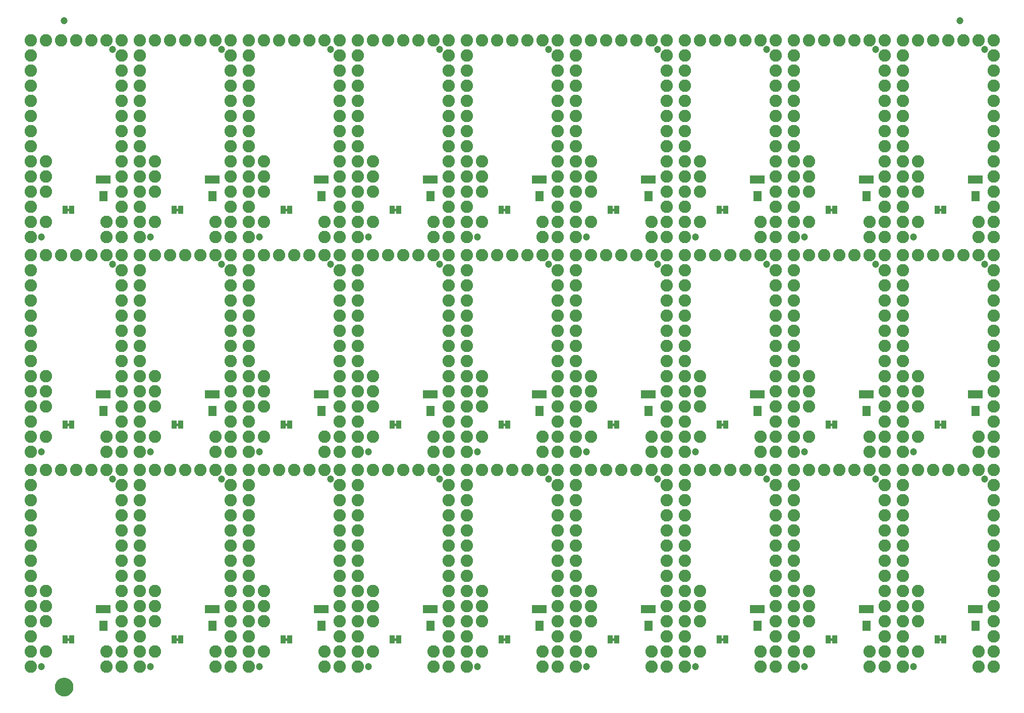
<source format=gbs>
G04 EAGLE Gerber RS-274X export*
G75*
%MOMM*%
%FSLAX34Y34*%
%LPD*%
%INSoldermask Bottom*%
%IPPOS*%
%AMOC8*
5,1,8,0,0,1.08239X$1,22.5*%
G01*
%ADD10C,1.203200*%
%ADD11C,2.082800*%
%ADD12R,0.838200X1.473200*%
%ADD13R,0.863600X1.473200*%
%ADD14R,1.473200X0.838200*%
%ADD15C,1.270000*%
%ADD16C,1.703200*%

G36*
X809690Y777887D02*
X809690Y777887D01*
X809756Y777889D01*
X809799Y777907D01*
X809846Y777915D01*
X809903Y777949D01*
X809963Y777974D01*
X809998Y778005D01*
X810039Y778030D01*
X810081Y778081D01*
X810129Y778125D01*
X810151Y778167D01*
X810180Y778204D01*
X810201Y778266D01*
X810232Y778325D01*
X810240Y778379D01*
X810252Y778416D01*
X810251Y778456D01*
X810259Y778510D01*
X810259Y781050D01*
X810248Y781115D01*
X810246Y781181D01*
X810228Y781224D01*
X810220Y781271D01*
X810186Y781328D01*
X810161Y781388D01*
X810130Y781423D01*
X810105Y781464D01*
X810054Y781506D01*
X810010Y781554D01*
X809968Y781576D01*
X809931Y781605D01*
X809869Y781626D01*
X809810Y781657D01*
X809756Y781665D01*
X809719Y781677D01*
X809679Y781676D01*
X809625Y781684D01*
X805815Y781684D01*
X805750Y781673D01*
X805684Y781671D01*
X805641Y781653D01*
X805594Y781645D01*
X805537Y781611D01*
X805477Y781586D01*
X805442Y781555D01*
X805401Y781530D01*
X805360Y781479D01*
X805311Y781435D01*
X805289Y781393D01*
X805260Y781356D01*
X805239Y781294D01*
X805208Y781235D01*
X805200Y781181D01*
X805188Y781144D01*
X805188Y781141D01*
X805189Y781104D01*
X805181Y781050D01*
X805181Y778510D01*
X805192Y778445D01*
X805194Y778379D01*
X805212Y778336D01*
X805220Y778289D01*
X805254Y778232D01*
X805279Y778172D01*
X805310Y778137D01*
X805335Y778096D01*
X805386Y778055D01*
X805430Y778006D01*
X805472Y777984D01*
X805509Y777955D01*
X805571Y777934D01*
X805630Y777903D01*
X805684Y777895D01*
X805721Y777883D01*
X805761Y777884D01*
X805815Y777876D01*
X809625Y777876D01*
X809690Y777887D01*
G37*
G36*
X78170Y777887D02*
X78170Y777887D01*
X78236Y777889D01*
X78279Y777907D01*
X78326Y777915D01*
X78383Y777949D01*
X78443Y777974D01*
X78478Y778005D01*
X78519Y778030D01*
X78561Y778081D01*
X78609Y778125D01*
X78631Y778167D01*
X78660Y778204D01*
X78681Y778266D01*
X78712Y778325D01*
X78720Y778379D01*
X78732Y778416D01*
X78731Y778456D01*
X78739Y778510D01*
X78739Y781050D01*
X78728Y781115D01*
X78726Y781181D01*
X78708Y781224D01*
X78700Y781271D01*
X78666Y781328D01*
X78641Y781388D01*
X78610Y781423D01*
X78585Y781464D01*
X78534Y781506D01*
X78490Y781554D01*
X78448Y781576D01*
X78411Y781605D01*
X78349Y781626D01*
X78290Y781657D01*
X78236Y781665D01*
X78199Y781677D01*
X78159Y781676D01*
X78105Y781684D01*
X74295Y781684D01*
X74230Y781673D01*
X74164Y781671D01*
X74121Y781653D01*
X74074Y781645D01*
X74017Y781611D01*
X73957Y781586D01*
X73922Y781555D01*
X73881Y781530D01*
X73840Y781479D01*
X73791Y781435D01*
X73769Y781393D01*
X73740Y781356D01*
X73719Y781294D01*
X73688Y781235D01*
X73680Y781181D01*
X73668Y781144D01*
X73668Y781141D01*
X73669Y781104D01*
X73661Y781050D01*
X73661Y778510D01*
X73672Y778445D01*
X73674Y778379D01*
X73692Y778336D01*
X73700Y778289D01*
X73734Y778232D01*
X73759Y778172D01*
X73790Y778137D01*
X73815Y778096D01*
X73866Y778055D01*
X73910Y778006D01*
X73952Y777984D01*
X73989Y777955D01*
X74051Y777934D01*
X74110Y777903D01*
X74164Y777895D01*
X74201Y777883D01*
X74241Y777884D01*
X74295Y777876D01*
X78105Y777876D01*
X78170Y777887D01*
G37*
G36*
X1358330Y777887D02*
X1358330Y777887D01*
X1358396Y777889D01*
X1358439Y777907D01*
X1358486Y777915D01*
X1358543Y777949D01*
X1358603Y777974D01*
X1358638Y778005D01*
X1358679Y778030D01*
X1358721Y778081D01*
X1358769Y778125D01*
X1358791Y778167D01*
X1358820Y778204D01*
X1358841Y778266D01*
X1358872Y778325D01*
X1358880Y778379D01*
X1358892Y778416D01*
X1358891Y778456D01*
X1358899Y778510D01*
X1358899Y781050D01*
X1358888Y781115D01*
X1358886Y781181D01*
X1358868Y781224D01*
X1358860Y781271D01*
X1358826Y781328D01*
X1358801Y781388D01*
X1358770Y781423D01*
X1358745Y781464D01*
X1358694Y781506D01*
X1358650Y781554D01*
X1358608Y781576D01*
X1358571Y781605D01*
X1358509Y781626D01*
X1358450Y781657D01*
X1358396Y781665D01*
X1358359Y781677D01*
X1358319Y781676D01*
X1358265Y781684D01*
X1354455Y781684D01*
X1354390Y781673D01*
X1354324Y781671D01*
X1354281Y781653D01*
X1354234Y781645D01*
X1354177Y781611D01*
X1354117Y781586D01*
X1354082Y781555D01*
X1354041Y781530D01*
X1354000Y781479D01*
X1353951Y781435D01*
X1353929Y781393D01*
X1353900Y781356D01*
X1353879Y781294D01*
X1353848Y781235D01*
X1353840Y781181D01*
X1353828Y781144D01*
X1353828Y781141D01*
X1353829Y781104D01*
X1353821Y781050D01*
X1353821Y778510D01*
X1353832Y778445D01*
X1353834Y778379D01*
X1353852Y778336D01*
X1353860Y778289D01*
X1353894Y778232D01*
X1353919Y778172D01*
X1353950Y778137D01*
X1353975Y778096D01*
X1354026Y778055D01*
X1354070Y778006D01*
X1354112Y777984D01*
X1354149Y777955D01*
X1354211Y777934D01*
X1354270Y777903D01*
X1354324Y777895D01*
X1354361Y777883D01*
X1354401Y777884D01*
X1354455Y777876D01*
X1358265Y777876D01*
X1358330Y777887D01*
G37*
G36*
X443930Y777887D02*
X443930Y777887D01*
X443996Y777889D01*
X444039Y777907D01*
X444086Y777915D01*
X444143Y777949D01*
X444203Y777974D01*
X444238Y778005D01*
X444279Y778030D01*
X444321Y778081D01*
X444369Y778125D01*
X444391Y778167D01*
X444420Y778204D01*
X444441Y778266D01*
X444472Y778325D01*
X444480Y778379D01*
X444492Y778416D01*
X444491Y778456D01*
X444499Y778510D01*
X444499Y781050D01*
X444488Y781115D01*
X444486Y781181D01*
X444468Y781224D01*
X444460Y781271D01*
X444426Y781328D01*
X444401Y781388D01*
X444370Y781423D01*
X444345Y781464D01*
X444294Y781506D01*
X444250Y781554D01*
X444208Y781576D01*
X444171Y781605D01*
X444109Y781626D01*
X444050Y781657D01*
X443996Y781665D01*
X443959Y781677D01*
X443919Y781676D01*
X443865Y781684D01*
X440055Y781684D01*
X439990Y781673D01*
X439924Y781671D01*
X439881Y781653D01*
X439834Y781645D01*
X439777Y781611D01*
X439717Y781586D01*
X439682Y781555D01*
X439641Y781530D01*
X439600Y781479D01*
X439551Y781435D01*
X439529Y781393D01*
X439500Y781356D01*
X439479Y781294D01*
X439448Y781235D01*
X439440Y781181D01*
X439428Y781144D01*
X439428Y781141D01*
X439429Y781104D01*
X439421Y781050D01*
X439421Y778510D01*
X439432Y778445D01*
X439434Y778379D01*
X439452Y778336D01*
X439460Y778289D01*
X439494Y778232D01*
X439519Y778172D01*
X439550Y778137D01*
X439575Y778096D01*
X439626Y778055D01*
X439670Y778006D01*
X439712Y777984D01*
X439749Y777955D01*
X439811Y777934D01*
X439870Y777903D01*
X439924Y777895D01*
X439961Y777883D01*
X440001Y777884D01*
X440055Y777876D01*
X443865Y777876D01*
X443930Y777887D01*
G37*
G36*
X1175450Y777887D02*
X1175450Y777887D01*
X1175516Y777889D01*
X1175559Y777907D01*
X1175606Y777915D01*
X1175663Y777949D01*
X1175723Y777974D01*
X1175758Y778005D01*
X1175799Y778030D01*
X1175841Y778081D01*
X1175889Y778125D01*
X1175911Y778167D01*
X1175940Y778204D01*
X1175961Y778266D01*
X1175992Y778325D01*
X1176000Y778379D01*
X1176012Y778416D01*
X1176011Y778456D01*
X1176019Y778510D01*
X1176019Y781050D01*
X1176008Y781115D01*
X1176006Y781181D01*
X1175988Y781224D01*
X1175980Y781271D01*
X1175946Y781328D01*
X1175921Y781388D01*
X1175890Y781423D01*
X1175865Y781464D01*
X1175814Y781506D01*
X1175770Y781554D01*
X1175728Y781576D01*
X1175691Y781605D01*
X1175629Y781626D01*
X1175570Y781657D01*
X1175516Y781665D01*
X1175479Y781677D01*
X1175439Y781676D01*
X1175385Y781684D01*
X1171575Y781684D01*
X1171510Y781673D01*
X1171444Y781671D01*
X1171401Y781653D01*
X1171354Y781645D01*
X1171297Y781611D01*
X1171237Y781586D01*
X1171202Y781555D01*
X1171161Y781530D01*
X1171120Y781479D01*
X1171071Y781435D01*
X1171049Y781393D01*
X1171020Y781356D01*
X1170999Y781294D01*
X1170968Y781235D01*
X1170960Y781181D01*
X1170948Y781144D01*
X1170948Y781141D01*
X1170949Y781104D01*
X1170941Y781050D01*
X1170941Y778510D01*
X1170952Y778445D01*
X1170954Y778379D01*
X1170972Y778336D01*
X1170980Y778289D01*
X1171014Y778232D01*
X1171039Y778172D01*
X1171070Y778137D01*
X1171095Y778096D01*
X1171146Y778055D01*
X1171190Y778006D01*
X1171232Y777984D01*
X1171269Y777955D01*
X1171331Y777934D01*
X1171390Y777903D01*
X1171444Y777895D01*
X1171481Y777883D01*
X1171521Y777884D01*
X1171575Y777876D01*
X1175385Y777876D01*
X1175450Y777887D01*
G37*
G36*
X626810Y777887D02*
X626810Y777887D01*
X626876Y777889D01*
X626919Y777907D01*
X626966Y777915D01*
X627023Y777949D01*
X627083Y777974D01*
X627118Y778005D01*
X627159Y778030D01*
X627201Y778081D01*
X627249Y778125D01*
X627271Y778167D01*
X627300Y778204D01*
X627321Y778266D01*
X627352Y778325D01*
X627360Y778379D01*
X627372Y778416D01*
X627371Y778456D01*
X627379Y778510D01*
X627379Y781050D01*
X627368Y781115D01*
X627366Y781181D01*
X627348Y781224D01*
X627340Y781271D01*
X627306Y781328D01*
X627281Y781388D01*
X627250Y781423D01*
X627225Y781464D01*
X627174Y781506D01*
X627130Y781554D01*
X627088Y781576D01*
X627051Y781605D01*
X626989Y781626D01*
X626930Y781657D01*
X626876Y781665D01*
X626839Y781677D01*
X626799Y781676D01*
X626745Y781684D01*
X622935Y781684D01*
X622870Y781673D01*
X622804Y781671D01*
X622761Y781653D01*
X622714Y781645D01*
X622657Y781611D01*
X622597Y781586D01*
X622562Y781555D01*
X622521Y781530D01*
X622480Y781479D01*
X622431Y781435D01*
X622409Y781393D01*
X622380Y781356D01*
X622359Y781294D01*
X622328Y781235D01*
X622320Y781181D01*
X622308Y781144D01*
X622308Y781141D01*
X622309Y781104D01*
X622301Y781050D01*
X622301Y778510D01*
X622312Y778445D01*
X622314Y778379D01*
X622332Y778336D01*
X622340Y778289D01*
X622374Y778232D01*
X622399Y778172D01*
X622430Y778137D01*
X622455Y778096D01*
X622506Y778055D01*
X622550Y778006D01*
X622592Y777984D01*
X622629Y777955D01*
X622691Y777934D01*
X622750Y777903D01*
X622804Y777895D01*
X622841Y777883D01*
X622881Y777884D01*
X622935Y777876D01*
X626745Y777876D01*
X626810Y777887D01*
G37*
G36*
X992570Y777887D02*
X992570Y777887D01*
X992636Y777889D01*
X992679Y777907D01*
X992726Y777915D01*
X992783Y777949D01*
X992843Y777974D01*
X992878Y778005D01*
X992919Y778030D01*
X992961Y778081D01*
X993009Y778125D01*
X993031Y778167D01*
X993060Y778204D01*
X993081Y778266D01*
X993112Y778325D01*
X993120Y778379D01*
X993132Y778416D01*
X993131Y778456D01*
X993139Y778510D01*
X993139Y781050D01*
X993128Y781115D01*
X993126Y781181D01*
X993108Y781224D01*
X993100Y781271D01*
X993066Y781328D01*
X993041Y781388D01*
X993010Y781423D01*
X992985Y781464D01*
X992934Y781506D01*
X992890Y781554D01*
X992848Y781576D01*
X992811Y781605D01*
X992749Y781626D01*
X992690Y781657D01*
X992636Y781665D01*
X992599Y781677D01*
X992559Y781676D01*
X992505Y781684D01*
X988695Y781684D01*
X988630Y781673D01*
X988564Y781671D01*
X988521Y781653D01*
X988474Y781645D01*
X988417Y781611D01*
X988357Y781586D01*
X988322Y781555D01*
X988281Y781530D01*
X988240Y781479D01*
X988191Y781435D01*
X988169Y781393D01*
X988140Y781356D01*
X988119Y781294D01*
X988088Y781235D01*
X988080Y781181D01*
X988068Y781144D01*
X988068Y781141D01*
X988069Y781104D01*
X988061Y781050D01*
X988061Y778510D01*
X988072Y778445D01*
X988074Y778379D01*
X988092Y778336D01*
X988100Y778289D01*
X988134Y778232D01*
X988159Y778172D01*
X988190Y778137D01*
X988215Y778096D01*
X988266Y778055D01*
X988310Y778006D01*
X988352Y777984D01*
X988389Y777955D01*
X988451Y777934D01*
X988510Y777903D01*
X988564Y777895D01*
X988601Y777883D01*
X988641Y777884D01*
X988695Y777876D01*
X992505Y777876D01*
X992570Y777887D01*
G37*
G36*
X1541210Y777887D02*
X1541210Y777887D01*
X1541276Y777889D01*
X1541319Y777907D01*
X1541366Y777915D01*
X1541423Y777949D01*
X1541483Y777974D01*
X1541518Y778005D01*
X1541559Y778030D01*
X1541601Y778081D01*
X1541649Y778125D01*
X1541671Y778167D01*
X1541700Y778204D01*
X1541721Y778266D01*
X1541752Y778325D01*
X1541760Y778379D01*
X1541772Y778416D01*
X1541771Y778456D01*
X1541779Y778510D01*
X1541779Y781050D01*
X1541768Y781115D01*
X1541766Y781181D01*
X1541748Y781224D01*
X1541740Y781271D01*
X1541706Y781328D01*
X1541681Y781388D01*
X1541650Y781423D01*
X1541625Y781464D01*
X1541574Y781506D01*
X1541530Y781554D01*
X1541488Y781576D01*
X1541451Y781605D01*
X1541389Y781626D01*
X1541330Y781657D01*
X1541276Y781665D01*
X1541239Y781677D01*
X1541199Y781676D01*
X1541145Y781684D01*
X1537335Y781684D01*
X1537270Y781673D01*
X1537204Y781671D01*
X1537161Y781653D01*
X1537114Y781645D01*
X1537057Y781611D01*
X1536997Y781586D01*
X1536962Y781555D01*
X1536921Y781530D01*
X1536880Y781479D01*
X1536831Y781435D01*
X1536809Y781393D01*
X1536780Y781356D01*
X1536759Y781294D01*
X1536728Y781235D01*
X1536720Y781181D01*
X1536708Y781144D01*
X1536708Y781141D01*
X1536709Y781104D01*
X1536701Y781050D01*
X1536701Y778510D01*
X1536712Y778445D01*
X1536714Y778379D01*
X1536732Y778336D01*
X1536740Y778289D01*
X1536774Y778232D01*
X1536799Y778172D01*
X1536830Y778137D01*
X1536855Y778096D01*
X1536906Y778055D01*
X1536950Y778006D01*
X1536992Y777984D01*
X1537029Y777955D01*
X1537091Y777934D01*
X1537150Y777903D01*
X1537204Y777895D01*
X1537241Y777883D01*
X1537281Y777884D01*
X1537335Y777876D01*
X1541145Y777876D01*
X1541210Y777887D01*
G37*
G36*
X261050Y777887D02*
X261050Y777887D01*
X261116Y777889D01*
X261159Y777907D01*
X261206Y777915D01*
X261263Y777949D01*
X261323Y777974D01*
X261358Y778005D01*
X261399Y778030D01*
X261441Y778081D01*
X261489Y778125D01*
X261511Y778167D01*
X261540Y778204D01*
X261561Y778266D01*
X261592Y778325D01*
X261600Y778379D01*
X261612Y778416D01*
X261611Y778456D01*
X261619Y778510D01*
X261619Y781050D01*
X261608Y781115D01*
X261606Y781181D01*
X261588Y781224D01*
X261580Y781271D01*
X261546Y781328D01*
X261521Y781388D01*
X261490Y781423D01*
X261465Y781464D01*
X261414Y781506D01*
X261370Y781554D01*
X261328Y781576D01*
X261291Y781605D01*
X261229Y781626D01*
X261170Y781657D01*
X261116Y781665D01*
X261079Y781677D01*
X261039Y781676D01*
X260985Y781684D01*
X257175Y781684D01*
X257110Y781673D01*
X257044Y781671D01*
X257001Y781653D01*
X256954Y781645D01*
X256897Y781611D01*
X256837Y781586D01*
X256802Y781555D01*
X256761Y781530D01*
X256720Y781479D01*
X256671Y781435D01*
X256649Y781393D01*
X256620Y781356D01*
X256599Y781294D01*
X256568Y781235D01*
X256560Y781181D01*
X256548Y781144D01*
X256548Y781141D01*
X256549Y781104D01*
X256541Y781050D01*
X256541Y778510D01*
X256552Y778445D01*
X256554Y778379D01*
X256572Y778336D01*
X256580Y778289D01*
X256614Y778232D01*
X256639Y778172D01*
X256670Y778137D01*
X256695Y778096D01*
X256746Y778055D01*
X256790Y778006D01*
X256832Y777984D01*
X256869Y777955D01*
X256931Y777934D01*
X256990Y777903D01*
X257044Y777895D01*
X257081Y777883D01*
X257121Y777884D01*
X257175Y777876D01*
X260985Y777876D01*
X261050Y777887D01*
G37*
G36*
X1541210Y417207D02*
X1541210Y417207D01*
X1541276Y417209D01*
X1541319Y417227D01*
X1541366Y417235D01*
X1541423Y417269D01*
X1541483Y417294D01*
X1541518Y417325D01*
X1541559Y417350D01*
X1541601Y417401D01*
X1541649Y417445D01*
X1541671Y417487D01*
X1541700Y417524D01*
X1541721Y417586D01*
X1541752Y417645D01*
X1541760Y417699D01*
X1541772Y417736D01*
X1541771Y417776D01*
X1541779Y417830D01*
X1541779Y420370D01*
X1541768Y420435D01*
X1541766Y420501D01*
X1541748Y420544D01*
X1541740Y420591D01*
X1541706Y420648D01*
X1541681Y420708D01*
X1541650Y420743D01*
X1541625Y420784D01*
X1541574Y420826D01*
X1541530Y420874D01*
X1541488Y420896D01*
X1541451Y420925D01*
X1541389Y420946D01*
X1541330Y420977D01*
X1541276Y420985D01*
X1541239Y420997D01*
X1541199Y420996D01*
X1541145Y421004D01*
X1537335Y421004D01*
X1537270Y420993D01*
X1537204Y420991D01*
X1537161Y420973D01*
X1537114Y420965D01*
X1537057Y420931D01*
X1536997Y420906D01*
X1536962Y420875D01*
X1536921Y420850D01*
X1536880Y420799D01*
X1536831Y420755D01*
X1536809Y420713D01*
X1536780Y420676D01*
X1536759Y420614D01*
X1536728Y420555D01*
X1536720Y420501D01*
X1536708Y420464D01*
X1536708Y420461D01*
X1536709Y420424D01*
X1536701Y420370D01*
X1536701Y417830D01*
X1536712Y417765D01*
X1536714Y417699D01*
X1536732Y417656D01*
X1536740Y417609D01*
X1536774Y417552D01*
X1536799Y417492D01*
X1536830Y417457D01*
X1536855Y417416D01*
X1536906Y417375D01*
X1536950Y417326D01*
X1536992Y417304D01*
X1537029Y417275D01*
X1537091Y417254D01*
X1537150Y417223D01*
X1537204Y417215D01*
X1537241Y417203D01*
X1537281Y417204D01*
X1537335Y417196D01*
X1541145Y417196D01*
X1541210Y417207D01*
G37*
G36*
X626810Y417207D02*
X626810Y417207D01*
X626876Y417209D01*
X626919Y417227D01*
X626966Y417235D01*
X627023Y417269D01*
X627083Y417294D01*
X627118Y417325D01*
X627159Y417350D01*
X627201Y417401D01*
X627249Y417445D01*
X627271Y417487D01*
X627300Y417524D01*
X627321Y417586D01*
X627352Y417645D01*
X627360Y417699D01*
X627372Y417736D01*
X627371Y417776D01*
X627379Y417830D01*
X627379Y420370D01*
X627368Y420435D01*
X627366Y420501D01*
X627348Y420544D01*
X627340Y420591D01*
X627306Y420648D01*
X627281Y420708D01*
X627250Y420743D01*
X627225Y420784D01*
X627174Y420826D01*
X627130Y420874D01*
X627088Y420896D01*
X627051Y420925D01*
X626989Y420946D01*
X626930Y420977D01*
X626876Y420985D01*
X626839Y420997D01*
X626799Y420996D01*
X626745Y421004D01*
X622935Y421004D01*
X622870Y420993D01*
X622804Y420991D01*
X622761Y420973D01*
X622714Y420965D01*
X622657Y420931D01*
X622597Y420906D01*
X622562Y420875D01*
X622521Y420850D01*
X622480Y420799D01*
X622431Y420755D01*
X622409Y420713D01*
X622380Y420676D01*
X622359Y420614D01*
X622328Y420555D01*
X622320Y420501D01*
X622308Y420464D01*
X622308Y420461D01*
X622309Y420424D01*
X622301Y420370D01*
X622301Y417830D01*
X622312Y417765D01*
X622314Y417699D01*
X622332Y417656D01*
X622340Y417609D01*
X622374Y417552D01*
X622399Y417492D01*
X622430Y417457D01*
X622455Y417416D01*
X622506Y417375D01*
X622550Y417326D01*
X622592Y417304D01*
X622629Y417275D01*
X622691Y417254D01*
X622750Y417223D01*
X622804Y417215D01*
X622841Y417203D01*
X622881Y417204D01*
X622935Y417196D01*
X626745Y417196D01*
X626810Y417207D01*
G37*
G36*
X261050Y417207D02*
X261050Y417207D01*
X261116Y417209D01*
X261159Y417227D01*
X261206Y417235D01*
X261263Y417269D01*
X261323Y417294D01*
X261358Y417325D01*
X261399Y417350D01*
X261441Y417401D01*
X261489Y417445D01*
X261511Y417487D01*
X261540Y417524D01*
X261561Y417586D01*
X261592Y417645D01*
X261600Y417699D01*
X261612Y417736D01*
X261611Y417776D01*
X261619Y417830D01*
X261619Y420370D01*
X261608Y420435D01*
X261606Y420501D01*
X261588Y420544D01*
X261580Y420591D01*
X261546Y420648D01*
X261521Y420708D01*
X261490Y420743D01*
X261465Y420784D01*
X261414Y420826D01*
X261370Y420874D01*
X261328Y420896D01*
X261291Y420925D01*
X261229Y420946D01*
X261170Y420977D01*
X261116Y420985D01*
X261079Y420997D01*
X261039Y420996D01*
X260985Y421004D01*
X257175Y421004D01*
X257110Y420993D01*
X257044Y420991D01*
X257001Y420973D01*
X256954Y420965D01*
X256897Y420931D01*
X256837Y420906D01*
X256802Y420875D01*
X256761Y420850D01*
X256720Y420799D01*
X256671Y420755D01*
X256649Y420713D01*
X256620Y420676D01*
X256599Y420614D01*
X256568Y420555D01*
X256560Y420501D01*
X256548Y420464D01*
X256548Y420461D01*
X256549Y420424D01*
X256541Y420370D01*
X256541Y417830D01*
X256552Y417765D01*
X256554Y417699D01*
X256572Y417656D01*
X256580Y417609D01*
X256614Y417552D01*
X256639Y417492D01*
X256670Y417457D01*
X256695Y417416D01*
X256746Y417375D01*
X256790Y417326D01*
X256832Y417304D01*
X256869Y417275D01*
X256931Y417254D01*
X256990Y417223D01*
X257044Y417215D01*
X257081Y417203D01*
X257121Y417204D01*
X257175Y417196D01*
X260985Y417196D01*
X261050Y417207D01*
G37*
G36*
X809690Y417207D02*
X809690Y417207D01*
X809756Y417209D01*
X809799Y417227D01*
X809846Y417235D01*
X809903Y417269D01*
X809963Y417294D01*
X809998Y417325D01*
X810039Y417350D01*
X810081Y417401D01*
X810129Y417445D01*
X810151Y417487D01*
X810180Y417524D01*
X810201Y417586D01*
X810232Y417645D01*
X810240Y417699D01*
X810252Y417736D01*
X810251Y417776D01*
X810259Y417830D01*
X810259Y420370D01*
X810248Y420435D01*
X810246Y420501D01*
X810228Y420544D01*
X810220Y420591D01*
X810186Y420648D01*
X810161Y420708D01*
X810130Y420743D01*
X810105Y420784D01*
X810054Y420826D01*
X810010Y420874D01*
X809968Y420896D01*
X809931Y420925D01*
X809869Y420946D01*
X809810Y420977D01*
X809756Y420985D01*
X809719Y420997D01*
X809679Y420996D01*
X809625Y421004D01*
X805815Y421004D01*
X805750Y420993D01*
X805684Y420991D01*
X805641Y420973D01*
X805594Y420965D01*
X805537Y420931D01*
X805477Y420906D01*
X805442Y420875D01*
X805401Y420850D01*
X805360Y420799D01*
X805311Y420755D01*
X805289Y420713D01*
X805260Y420676D01*
X805239Y420614D01*
X805208Y420555D01*
X805200Y420501D01*
X805188Y420464D01*
X805188Y420461D01*
X805189Y420424D01*
X805181Y420370D01*
X805181Y417830D01*
X805192Y417765D01*
X805194Y417699D01*
X805212Y417656D01*
X805220Y417609D01*
X805254Y417552D01*
X805279Y417492D01*
X805310Y417457D01*
X805335Y417416D01*
X805386Y417375D01*
X805430Y417326D01*
X805472Y417304D01*
X805509Y417275D01*
X805571Y417254D01*
X805630Y417223D01*
X805684Y417215D01*
X805721Y417203D01*
X805761Y417204D01*
X805815Y417196D01*
X809625Y417196D01*
X809690Y417207D01*
G37*
G36*
X1358330Y417207D02*
X1358330Y417207D01*
X1358396Y417209D01*
X1358439Y417227D01*
X1358486Y417235D01*
X1358543Y417269D01*
X1358603Y417294D01*
X1358638Y417325D01*
X1358679Y417350D01*
X1358721Y417401D01*
X1358769Y417445D01*
X1358791Y417487D01*
X1358820Y417524D01*
X1358841Y417586D01*
X1358872Y417645D01*
X1358880Y417699D01*
X1358892Y417736D01*
X1358891Y417776D01*
X1358899Y417830D01*
X1358899Y420370D01*
X1358888Y420435D01*
X1358886Y420501D01*
X1358868Y420544D01*
X1358860Y420591D01*
X1358826Y420648D01*
X1358801Y420708D01*
X1358770Y420743D01*
X1358745Y420784D01*
X1358694Y420826D01*
X1358650Y420874D01*
X1358608Y420896D01*
X1358571Y420925D01*
X1358509Y420946D01*
X1358450Y420977D01*
X1358396Y420985D01*
X1358359Y420997D01*
X1358319Y420996D01*
X1358265Y421004D01*
X1354455Y421004D01*
X1354390Y420993D01*
X1354324Y420991D01*
X1354281Y420973D01*
X1354234Y420965D01*
X1354177Y420931D01*
X1354117Y420906D01*
X1354082Y420875D01*
X1354041Y420850D01*
X1354000Y420799D01*
X1353951Y420755D01*
X1353929Y420713D01*
X1353900Y420676D01*
X1353879Y420614D01*
X1353848Y420555D01*
X1353840Y420501D01*
X1353828Y420464D01*
X1353828Y420461D01*
X1353829Y420424D01*
X1353821Y420370D01*
X1353821Y417830D01*
X1353832Y417765D01*
X1353834Y417699D01*
X1353852Y417656D01*
X1353860Y417609D01*
X1353894Y417552D01*
X1353919Y417492D01*
X1353950Y417457D01*
X1353975Y417416D01*
X1354026Y417375D01*
X1354070Y417326D01*
X1354112Y417304D01*
X1354149Y417275D01*
X1354211Y417254D01*
X1354270Y417223D01*
X1354324Y417215D01*
X1354361Y417203D01*
X1354401Y417204D01*
X1354455Y417196D01*
X1358265Y417196D01*
X1358330Y417207D01*
G37*
G36*
X443930Y417207D02*
X443930Y417207D01*
X443996Y417209D01*
X444039Y417227D01*
X444086Y417235D01*
X444143Y417269D01*
X444203Y417294D01*
X444238Y417325D01*
X444279Y417350D01*
X444321Y417401D01*
X444369Y417445D01*
X444391Y417487D01*
X444420Y417524D01*
X444441Y417586D01*
X444472Y417645D01*
X444480Y417699D01*
X444492Y417736D01*
X444491Y417776D01*
X444499Y417830D01*
X444499Y420370D01*
X444488Y420435D01*
X444486Y420501D01*
X444468Y420544D01*
X444460Y420591D01*
X444426Y420648D01*
X444401Y420708D01*
X444370Y420743D01*
X444345Y420784D01*
X444294Y420826D01*
X444250Y420874D01*
X444208Y420896D01*
X444171Y420925D01*
X444109Y420946D01*
X444050Y420977D01*
X443996Y420985D01*
X443959Y420997D01*
X443919Y420996D01*
X443865Y421004D01*
X440055Y421004D01*
X439990Y420993D01*
X439924Y420991D01*
X439881Y420973D01*
X439834Y420965D01*
X439777Y420931D01*
X439717Y420906D01*
X439682Y420875D01*
X439641Y420850D01*
X439600Y420799D01*
X439551Y420755D01*
X439529Y420713D01*
X439500Y420676D01*
X439479Y420614D01*
X439448Y420555D01*
X439440Y420501D01*
X439428Y420464D01*
X439428Y420461D01*
X439429Y420424D01*
X439421Y420370D01*
X439421Y417830D01*
X439432Y417765D01*
X439434Y417699D01*
X439452Y417656D01*
X439460Y417609D01*
X439494Y417552D01*
X439519Y417492D01*
X439550Y417457D01*
X439575Y417416D01*
X439626Y417375D01*
X439670Y417326D01*
X439712Y417304D01*
X439749Y417275D01*
X439811Y417254D01*
X439870Y417223D01*
X439924Y417215D01*
X439961Y417203D01*
X440001Y417204D01*
X440055Y417196D01*
X443865Y417196D01*
X443930Y417207D01*
G37*
G36*
X78170Y417207D02*
X78170Y417207D01*
X78236Y417209D01*
X78279Y417227D01*
X78326Y417235D01*
X78383Y417269D01*
X78443Y417294D01*
X78478Y417325D01*
X78519Y417350D01*
X78561Y417401D01*
X78609Y417445D01*
X78631Y417487D01*
X78660Y417524D01*
X78681Y417586D01*
X78712Y417645D01*
X78720Y417699D01*
X78732Y417736D01*
X78731Y417776D01*
X78739Y417830D01*
X78739Y420370D01*
X78728Y420435D01*
X78726Y420501D01*
X78708Y420544D01*
X78700Y420591D01*
X78666Y420648D01*
X78641Y420708D01*
X78610Y420743D01*
X78585Y420784D01*
X78534Y420826D01*
X78490Y420874D01*
X78448Y420896D01*
X78411Y420925D01*
X78349Y420946D01*
X78290Y420977D01*
X78236Y420985D01*
X78199Y420997D01*
X78159Y420996D01*
X78105Y421004D01*
X74295Y421004D01*
X74230Y420993D01*
X74164Y420991D01*
X74121Y420973D01*
X74074Y420965D01*
X74017Y420931D01*
X73957Y420906D01*
X73922Y420875D01*
X73881Y420850D01*
X73840Y420799D01*
X73791Y420755D01*
X73769Y420713D01*
X73740Y420676D01*
X73719Y420614D01*
X73688Y420555D01*
X73680Y420501D01*
X73668Y420464D01*
X73668Y420461D01*
X73669Y420424D01*
X73661Y420370D01*
X73661Y417830D01*
X73672Y417765D01*
X73674Y417699D01*
X73692Y417656D01*
X73700Y417609D01*
X73734Y417552D01*
X73759Y417492D01*
X73790Y417457D01*
X73815Y417416D01*
X73866Y417375D01*
X73910Y417326D01*
X73952Y417304D01*
X73989Y417275D01*
X74051Y417254D01*
X74110Y417223D01*
X74164Y417215D01*
X74201Y417203D01*
X74241Y417204D01*
X74295Y417196D01*
X78105Y417196D01*
X78170Y417207D01*
G37*
G36*
X992570Y417207D02*
X992570Y417207D01*
X992636Y417209D01*
X992679Y417227D01*
X992726Y417235D01*
X992783Y417269D01*
X992843Y417294D01*
X992878Y417325D01*
X992919Y417350D01*
X992961Y417401D01*
X993009Y417445D01*
X993031Y417487D01*
X993060Y417524D01*
X993081Y417586D01*
X993112Y417645D01*
X993120Y417699D01*
X993132Y417736D01*
X993131Y417776D01*
X993139Y417830D01*
X993139Y420370D01*
X993128Y420435D01*
X993126Y420501D01*
X993108Y420544D01*
X993100Y420591D01*
X993066Y420648D01*
X993041Y420708D01*
X993010Y420743D01*
X992985Y420784D01*
X992934Y420826D01*
X992890Y420874D01*
X992848Y420896D01*
X992811Y420925D01*
X992749Y420946D01*
X992690Y420977D01*
X992636Y420985D01*
X992599Y420997D01*
X992559Y420996D01*
X992505Y421004D01*
X988695Y421004D01*
X988630Y420993D01*
X988564Y420991D01*
X988521Y420973D01*
X988474Y420965D01*
X988417Y420931D01*
X988357Y420906D01*
X988322Y420875D01*
X988281Y420850D01*
X988240Y420799D01*
X988191Y420755D01*
X988169Y420713D01*
X988140Y420676D01*
X988119Y420614D01*
X988088Y420555D01*
X988080Y420501D01*
X988068Y420464D01*
X988068Y420461D01*
X988069Y420424D01*
X988061Y420370D01*
X988061Y417830D01*
X988072Y417765D01*
X988074Y417699D01*
X988092Y417656D01*
X988100Y417609D01*
X988134Y417552D01*
X988159Y417492D01*
X988190Y417457D01*
X988215Y417416D01*
X988266Y417375D01*
X988310Y417326D01*
X988352Y417304D01*
X988389Y417275D01*
X988451Y417254D01*
X988510Y417223D01*
X988564Y417215D01*
X988601Y417203D01*
X988641Y417204D01*
X988695Y417196D01*
X992505Y417196D01*
X992570Y417207D01*
G37*
G36*
X1175450Y417207D02*
X1175450Y417207D01*
X1175516Y417209D01*
X1175559Y417227D01*
X1175606Y417235D01*
X1175663Y417269D01*
X1175723Y417294D01*
X1175758Y417325D01*
X1175799Y417350D01*
X1175841Y417401D01*
X1175889Y417445D01*
X1175911Y417487D01*
X1175940Y417524D01*
X1175961Y417586D01*
X1175992Y417645D01*
X1176000Y417699D01*
X1176012Y417736D01*
X1176011Y417776D01*
X1176019Y417830D01*
X1176019Y420370D01*
X1176008Y420435D01*
X1176006Y420501D01*
X1175988Y420544D01*
X1175980Y420591D01*
X1175946Y420648D01*
X1175921Y420708D01*
X1175890Y420743D01*
X1175865Y420784D01*
X1175814Y420826D01*
X1175770Y420874D01*
X1175728Y420896D01*
X1175691Y420925D01*
X1175629Y420946D01*
X1175570Y420977D01*
X1175516Y420985D01*
X1175479Y420997D01*
X1175439Y420996D01*
X1175385Y421004D01*
X1171575Y421004D01*
X1171510Y420993D01*
X1171444Y420991D01*
X1171401Y420973D01*
X1171354Y420965D01*
X1171297Y420931D01*
X1171237Y420906D01*
X1171202Y420875D01*
X1171161Y420850D01*
X1171120Y420799D01*
X1171071Y420755D01*
X1171049Y420713D01*
X1171020Y420676D01*
X1170999Y420614D01*
X1170968Y420555D01*
X1170960Y420501D01*
X1170948Y420464D01*
X1170948Y420461D01*
X1170949Y420424D01*
X1170941Y420370D01*
X1170941Y417830D01*
X1170952Y417765D01*
X1170954Y417699D01*
X1170972Y417656D01*
X1170980Y417609D01*
X1171014Y417552D01*
X1171039Y417492D01*
X1171070Y417457D01*
X1171095Y417416D01*
X1171146Y417375D01*
X1171190Y417326D01*
X1171232Y417304D01*
X1171269Y417275D01*
X1171331Y417254D01*
X1171390Y417223D01*
X1171444Y417215D01*
X1171481Y417203D01*
X1171521Y417204D01*
X1171575Y417196D01*
X1175385Y417196D01*
X1175450Y417207D01*
G37*
G36*
X992570Y56527D02*
X992570Y56527D01*
X992636Y56529D01*
X992679Y56547D01*
X992726Y56555D01*
X992783Y56589D01*
X992843Y56614D01*
X992878Y56645D01*
X992919Y56670D01*
X992961Y56721D01*
X993009Y56765D01*
X993031Y56807D01*
X993060Y56844D01*
X993081Y56906D01*
X993112Y56965D01*
X993120Y57019D01*
X993132Y57056D01*
X993131Y57096D01*
X993139Y57150D01*
X993139Y59690D01*
X993128Y59755D01*
X993126Y59821D01*
X993108Y59864D01*
X993100Y59911D01*
X993066Y59968D01*
X993041Y60028D01*
X993010Y60063D01*
X992985Y60104D01*
X992934Y60146D01*
X992890Y60194D01*
X992848Y60216D01*
X992811Y60245D01*
X992749Y60266D01*
X992690Y60297D01*
X992636Y60305D01*
X992599Y60317D01*
X992559Y60316D01*
X992505Y60324D01*
X988695Y60324D01*
X988630Y60313D01*
X988564Y60311D01*
X988521Y60293D01*
X988474Y60285D01*
X988417Y60251D01*
X988357Y60226D01*
X988322Y60195D01*
X988281Y60170D01*
X988240Y60119D01*
X988191Y60075D01*
X988169Y60033D01*
X988140Y59996D01*
X988119Y59934D01*
X988088Y59875D01*
X988080Y59821D01*
X988068Y59784D01*
X988068Y59781D01*
X988069Y59744D01*
X988061Y59690D01*
X988061Y57150D01*
X988072Y57085D01*
X988074Y57019D01*
X988092Y56976D01*
X988100Y56929D01*
X988134Y56872D01*
X988159Y56812D01*
X988190Y56777D01*
X988215Y56736D01*
X988266Y56695D01*
X988310Y56646D01*
X988352Y56624D01*
X988389Y56595D01*
X988451Y56574D01*
X988510Y56543D01*
X988564Y56535D01*
X988601Y56523D01*
X988641Y56524D01*
X988695Y56516D01*
X992505Y56516D01*
X992570Y56527D01*
G37*
G36*
X1175450Y56527D02*
X1175450Y56527D01*
X1175516Y56529D01*
X1175559Y56547D01*
X1175606Y56555D01*
X1175663Y56589D01*
X1175723Y56614D01*
X1175758Y56645D01*
X1175799Y56670D01*
X1175841Y56721D01*
X1175889Y56765D01*
X1175911Y56807D01*
X1175940Y56844D01*
X1175961Y56906D01*
X1175992Y56965D01*
X1176000Y57019D01*
X1176012Y57056D01*
X1176011Y57096D01*
X1176019Y57150D01*
X1176019Y59690D01*
X1176008Y59755D01*
X1176006Y59821D01*
X1175988Y59864D01*
X1175980Y59911D01*
X1175946Y59968D01*
X1175921Y60028D01*
X1175890Y60063D01*
X1175865Y60104D01*
X1175814Y60146D01*
X1175770Y60194D01*
X1175728Y60216D01*
X1175691Y60245D01*
X1175629Y60266D01*
X1175570Y60297D01*
X1175516Y60305D01*
X1175479Y60317D01*
X1175439Y60316D01*
X1175385Y60324D01*
X1171575Y60324D01*
X1171510Y60313D01*
X1171444Y60311D01*
X1171401Y60293D01*
X1171354Y60285D01*
X1171297Y60251D01*
X1171237Y60226D01*
X1171202Y60195D01*
X1171161Y60170D01*
X1171120Y60119D01*
X1171071Y60075D01*
X1171049Y60033D01*
X1171020Y59996D01*
X1170999Y59934D01*
X1170968Y59875D01*
X1170960Y59821D01*
X1170948Y59784D01*
X1170948Y59781D01*
X1170949Y59744D01*
X1170941Y59690D01*
X1170941Y57150D01*
X1170952Y57085D01*
X1170954Y57019D01*
X1170972Y56976D01*
X1170980Y56929D01*
X1171014Y56872D01*
X1171039Y56812D01*
X1171070Y56777D01*
X1171095Y56736D01*
X1171146Y56695D01*
X1171190Y56646D01*
X1171232Y56624D01*
X1171269Y56595D01*
X1171331Y56574D01*
X1171390Y56543D01*
X1171444Y56535D01*
X1171481Y56523D01*
X1171521Y56524D01*
X1171575Y56516D01*
X1175385Y56516D01*
X1175450Y56527D01*
G37*
G36*
X261050Y56527D02*
X261050Y56527D01*
X261116Y56529D01*
X261159Y56547D01*
X261206Y56555D01*
X261263Y56589D01*
X261323Y56614D01*
X261358Y56645D01*
X261399Y56670D01*
X261441Y56721D01*
X261489Y56765D01*
X261511Y56807D01*
X261540Y56844D01*
X261561Y56906D01*
X261592Y56965D01*
X261600Y57019D01*
X261612Y57056D01*
X261611Y57096D01*
X261619Y57150D01*
X261619Y59690D01*
X261608Y59755D01*
X261606Y59821D01*
X261588Y59864D01*
X261580Y59911D01*
X261546Y59968D01*
X261521Y60028D01*
X261490Y60063D01*
X261465Y60104D01*
X261414Y60146D01*
X261370Y60194D01*
X261328Y60216D01*
X261291Y60245D01*
X261229Y60266D01*
X261170Y60297D01*
X261116Y60305D01*
X261079Y60317D01*
X261039Y60316D01*
X260985Y60324D01*
X257175Y60324D01*
X257110Y60313D01*
X257044Y60311D01*
X257001Y60293D01*
X256954Y60285D01*
X256897Y60251D01*
X256837Y60226D01*
X256802Y60195D01*
X256761Y60170D01*
X256720Y60119D01*
X256671Y60075D01*
X256649Y60033D01*
X256620Y59996D01*
X256599Y59934D01*
X256568Y59875D01*
X256560Y59821D01*
X256548Y59784D01*
X256548Y59781D01*
X256549Y59744D01*
X256541Y59690D01*
X256541Y57150D01*
X256552Y57085D01*
X256554Y57019D01*
X256572Y56976D01*
X256580Y56929D01*
X256614Y56872D01*
X256639Y56812D01*
X256670Y56777D01*
X256695Y56736D01*
X256746Y56695D01*
X256790Y56646D01*
X256832Y56624D01*
X256869Y56595D01*
X256931Y56574D01*
X256990Y56543D01*
X257044Y56535D01*
X257081Y56523D01*
X257121Y56524D01*
X257175Y56516D01*
X260985Y56516D01*
X261050Y56527D01*
G37*
G36*
X809690Y56527D02*
X809690Y56527D01*
X809756Y56529D01*
X809799Y56547D01*
X809846Y56555D01*
X809903Y56589D01*
X809963Y56614D01*
X809998Y56645D01*
X810039Y56670D01*
X810081Y56721D01*
X810129Y56765D01*
X810151Y56807D01*
X810180Y56844D01*
X810201Y56906D01*
X810232Y56965D01*
X810240Y57019D01*
X810252Y57056D01*
X810251Y57096D01*
X810259Y57150D01*
X810259Y59690D01*
X810248Y59755D01*
X810246Y59821D01*
X810228Y59864D01*
X810220Y59911D01*
X810186Y59968D01*
X810161Y60028D01*
X810130Y60063D01*
X810105Y60104D01*
X810054Y60146D01*
X810010Y60194D01*
X809968Y60216D01*
X809931Y60245D01*
X809869Y60266D01*
X809810Y60297D01*
X809756Y60305D01*
X809719Y60317D01*
X809679Y60316D01*
X809625Y60324D01*
X805815Y60324D01*
X805750Y60313D01*
X805684Y60311D01*
X805641Y60293D01*
X805594Y60285D01*
X805537Y60251D01*
X805477Y60226D01*
X805442Y60195D01*
X805401Y60170D01*
X805360Y60119D01*
X805311Y60075D01*
X805289Y60033D01*
X805260Y59996D01*
X805239Y59934D01*
X805208Y59875D01*
X805200Y59821D01*
X805188Y59784D01*
X805188Y59781D01*
X805189Y59744D01*
X805181Y59690D01*
X805181Y57150D01*
X805192Y57085D01*
X805194Y57019D01*
X805212Y56976D01*
X805220Y56929D01*
X805254Y56872D01*
X805279Y56812D01*
X805310Y56777D01*
X805335Y56736D01*
X805386Y56695D01*
X805430Y56646D01*
X805472Y56624D01*
X805509Y56595D01*
X805571Y56574D01*
X805630Y56543D01*
X805684Y56535D01*
X805721Y56523D01*
X805761Y56524D01*
X805815Y56516D01*
X809625Y56516D01*
X809690Y56527D01*
G37*
G36*
X443930Y56527D02*
X443930Y56527D01*
X443996Y56529D01*
X444039Y56547D01*
X444086Y56555D01*
X444143Y56589D01*
X444203Y56614D01*
X444238Y56645D01*
X444279Y56670D01*
X444321Y56721D01*
X444369Y56765D01*
X444391Y56807D01*
X444420Y56844D01*
X444441Y56906D01*
X444472Y56965D01*
X444480Y57019D01*
X444492Y57056D01*
X444491Y57096D01*
X444499Y57150D01*
X444499Y59690D01*
X444488Y59755D01*
X444486Y59821D01*
X444468Y59864D01*
X444460Y59911D01*
X444426Y59968D01*
X444401Y60028D01*
X444370Y60063D01*
X444345Y60104D01*
X444294Y60146D01*
X444250Y60194D01*
X444208Y60216D01*
X444171Y60245D01*
X444109Y60266D01*
X444050Y60297D01*
X443996Y60305D01*
X443959Y60317D01*
X443919Y60316D01*
X443865Y60324D01*
X440055Y60324D01*
X439990Y60313D01*
X439924Y60311D01*
X439881Y60293D01*
X439834Y60285D01*
X439777Y60251D01*
X439717Y60226D01*
X439682Y60195D01*
X439641Y60170D01*
X439600Y60119D01*
X439551Y60075D01*
X439529Y60033D01*
X439500Y59996D01*
X439479Y59934D01*
X439448Y59875D01*
X439440Y59821D01*
X439428Y59784D01*
X439428Y59781D01*
X439429Y59744D01*
X439421Y59690D01*
X439421Y57150D01*
X439432Y57085D01*
X439434Y57019D01*
X439452Y56976D01*
X439460Y56929D01*
X439494Y56872D01*
X439519Y56812D01*
X439550Y56777D01*
X439575Y56736D01*
X439626Y56695D01*
X439670Y56646D01*
X439712Y56624D01*
X439749Y56595D01*
X439811Y56574D01*
X439870Y56543D01*
X439924Y56535D01*
X439961Y56523D01*
X440001Y56524D01*
X440055Y56516D01*
X443865Y56516D01*
X443930Y56527D01*
G37*
G36*
X1541210Y56527D02*
X1541210Y56527D01*
X1541276Y56529D01*
X1541319Y56547D01*
X1541366Y56555D01*
X1541423Y56589D01*
X1541483Y56614D01*
X1541518Y56645D01*
X1541559Y56670D01*
X1541601Y56721D01*
X1541649Y56765D01*
X1541671Y56807D01*
X1541700Y56844D01*
X1541721Y56906D01*
X1541752Y56965D01*
X1541760Y57019D01*
X1541772Y57056D01*
X1541771Y57096D01*
X1541779Y57150D01*
X1541779Y59690D01*
X1541768Y59755D01*
X1541766Y59821D01*
X1541748Y59864D01*
X1541740Y59911D01*
X1541706Y59968D01*
X1541681Y60028D01*
X1541650Y60063D01*
X1541625Y60104D01*
X1541574Y60146D01*
X1541530Y60194D01*
X1541488Y60216D01*
X1541451Y60245D01*
X1541389Y60266D01*
X1541330Y60297D01*
X1541276Y60305D01*
X1541239Y60317D01*
X1541199Y60316D01*
X1541145Y60324D01*
X1537335Y60324D01*
X1537270Y60313D01*
X1537204Y60311D01*
X1537161Y60293D01*
X1537114Y60285D01*
X1537057Y60251D01*
X1536997Y60226D01*
X1536962Y60195D01*
X1536921Y60170D01*
X1536880Y60119D01*
X1536831Y60075D01*
X1536809Y60033D01*
X1536780Y59996D01*
X1536759Y59934D01*
X1536728Y59875D01*
X1536720Y59821D01*
X1536708Y59784D01*
X1536708Y59781D01*
X1536709Y59744D01*
X1536701Y59690D01*
X1536701Y57150D01*
X1536712Y57085D01*
X1536714Y57019D01*
X1536732Y56976D01*
X1536740Y56929D01*
X1536774Y56872D01*
X1536799Y56812D01*
X1536830Y56777D01*
X1536855Y56736D01*
X1536906Y56695D01*
X1536950Y56646D01*
X1536992Y56624D01*
X1537029Y56595D01*
X1537091Y56574D01*
X1537150Y56543D01*
X1537204Y56535D01*
X1537241Y56523D01*
X1537281Y56524D01*
X1537335Y56516D01*
X1541145Y56516D01*
X1541210Y56527D01*
G37*
G36*
X626810Y56527D02*
X626810Y56527D01*
X626876Y56529D01*
X626919Y56547D01*
X626966Y56555D01*
X627023Y56589D01*
X627083Y56614D01*
X627118Y56645D01*
X627159Y56670D01*
X627201Y56721D01*
X627249Y56765D01*
X627271Y56807D01*
X627300Y56844D01*
X627321Y56906D01*
X627352Y56965D01*
X627360Y57019D01*
X627372Y57056D01*
X627371Y57096D01*
X627379Y57150D01*
X627379Y59690D01*
X627368Y59755D01*
X627366Y59821D01*
X627348Y59864D01*
X627340Y59911D01*
X627306Y59968D01*
X627281Y60028D01*
X627250Y60063D01*
X627225Y60104D01*
X627174Y60146D01*
X627130Y60194D01*
X627088Y60216D01*
X627051Y60245D01*
X626989Y60266D01*
X626930Y60297D01*
X626876Y60305D01*
X626839Y60317D01*
X626799Y60316D01*
X626745Y60324D01*
X622935Y60324D01*
X622870Y60313D01*
X622804Y60311D01*
X622761Y60293D01*
X622714Y60285D01*
X622657Y60251D01*
X622597Y60226D01*
X622562Y60195D01*
X622521Y60170D01*
X622480Y60119D01*
X622431Y60075D01*
X622409Y60033D01*
X622380Y59996D01*
X622359Y59934D01*
X622328Y59875D01*
X622320Y59821D01*
X622308Y59784D01*
X622308Y59781D01*
X622309Y59744D01*
X622301Y59690D01*
X622301Y57150D01*
X622312Y57085D01*
X622314Y57019D01*
X622332Y56976D01*
X622340Y56929D01*
X622374Y56872D01*
X622399Y56812D01*
X622430Y56777D01*
X622455Y56736D01*
X622506Y56695D01*
X622550Y56646D01*
X622592Y56624D01*
X622629Y56595D01*
X622691Y56574D01*
X622750Y56543D01*
X622804Y56535D01*
X622841Y56523D01*
X622881Y56524D01*
X622935Y56516D01*
X626745Y56516D01*
X626810Y56527D01*
G37*
G36*
X1358330Y56527D02*
X1358330Y56527D01*
X1358396Y56529D01*
X1358439Y56547D01*
X1358486Y56555D01*
X1358543Y56589D01*
X1358603Y56614D01*
X1358638Y56645D01*
X1358679Y56670D01*
X1358721Y56721D01*
X1358769Y56765D01*
X1358791Y56807D01*
X1358820Y56844D01*
X1358841Y56906D01*
X1358872Y56965D01*
X1358880Y57019D01*
X1358892Y57056D01*
X1358891Y57096D01*
X1358899Y57150D01*
X1358899Y59690D01*
X1358888Y59755D01*
X1358886Y59821D01*
X1358868Y59864D01*
X1358860Y59911D01*
X1358826Y59968D01*
X1358801Y60028D01*
X1358770Y60063D01*
X1358745Y60104D01*
X1358694Y60146D01*
X1358650Y60194D01*
X1358608Y60216D01*
X1358571Y60245D01*
X1358509Y60266D01*
X1358450Y60297D01*
X1358396Y60305D01*
X1358359Y60317D01*
X1358319Y60316D01*
X1358265Y60324D01*
X1354455Y60324D01*
X1354390Y60313D01*
X1354324Y60311D01*
X1354281Y60293D01*
X1354234Y60285D01*
X1354177Y60251D01*
X1354117Y60226D01*
X1354082Y60195D01*
X1354041Y60170D01*
X1354000Y60119D01*
X1353951Y60075D01*
X1353929Y60033D01*
X1353900Y59996D01*
X1353879Y59934D01*
X1353848Y59875D01*
X1353840Y59821D01*
X1353828Y59784D01*
X1353828Y59781D01*
X1353829Y59744D01*
X1353821Y59690D01*
X1353821Y57150D01*
X1353832Y57085D01*
X1353834Y57019D01*
X1353852Y56976D01*
X1353860Y56929D01*
X1353894Y56872D01*
X1353919Y56812D01*
X1353950Y56777D01*
X1353975Y56736D01*
X1354026Y56695D01*
X1354070Y56646D01*
X1354112Y56624D01*
X1354149Y56595D01*
X1354211Y56574D01*
X1354270Y56543D01*
X1354324Y56535D01*
X1354361Y56523D01*
X1354401Y56524D01*
X1354455Y56516D01*
X1358265Y56516D01*
X1358330Y56527D01*
G37*
G36*
X78170Y56527D02*
X78170Y56527D01*
X78236Y56529D01*
X78279Y56547D01*
X78326Y56555D01*
X78383Y56589D01*
X78443Y56614D01*
X78478Y56645D01*
X78519Y56670D01*
X78561Y56721D01*
X78609Y56765D01*
X78631Y56807D01*
X78660Y56844D01*
X78681Y56906D01*
X78712Y56965D01*
X78720Y57019D01*
X78732Y57056D01*
X78731Y57096D01*
X78739Y57150D01*
X78739Y59690D01*
X78728Y59755D01*
X78726Y59821D01*
X78708Y59864D01*
X78700Y59911D01*
X78666Y59968D01*
X78641Y60028D01*
X78610Y60063D01*
X78585Y60104D01*
X78534Y60146D01*
X78490Y60194D01*
X78448Y60216D01*
X78411Y60245D01*
X78349Y60266D01*
X78290Y60297D01*
X78236Y60305D01*
X78199Y60317D01*
X78159Y60316D01*
X78105Y60324D01*
X74295Y60324D01*
X74230Y60313D01*
X74164Y60311D01*
X74121Y60293D01*
X74074Y60285D01*
X74017Y60251D01*
X73957Y60226D01*
X73922Y60195D01*
X73881Y60170D01*
X73840Y60119D01*
X73791Y60075D01*
X73769Y60033D01*
X73740Y59996D01*
X73719Y59934D01*
X73688Y59875D01*
X73680Y59821D01*
X73668Y59784D01*
X73668Y59781D01*
X73669Y59744D01*
X73661Y59690D01*
X73661Y57150D01*
X73672Y57085D01*
X73674Y57019D01*
X73692Y56976D01*
X73700Y56929D01*
X73734Y56872D01*
X73759Y56812D01*
X73790Y56777D01*
X73815Y56736D01*
X73866Y56695D01*
X73910Y56646D01*
X73952Y56624D01*
X73989Y56595D01*
X74051Y56574D01*
X74110Y56543D01*
X74164Y56535D01*
X74201Y56523D01*
X74241Y56524D01*
X74295Y56516D01*
X78105Y56516D01*
X78170Y56527D01*
G37*
D10*
X30480Y12700D03*
X149860Y327660D03*
D11*
X12700Y342900D03*
X12700Y317500D03*
X12700Y292100D03*
X12700Y266700D03*
X12700Y241300D03*
X12700Y215900D03*
X12700Y190500D03*
X12700Y165100D03*
X12700Y139700D03*
X12700Y114300D03*
X12700Y88900D03*
X12700Y63500D03*
X12700Y38100D03*
X12700Y12700D03*
X165100Y342900D03*
X165100Y317500D03*
X165100Y292100D03*
X165100Y266700D03*
X165100Y241300D03*
X165100Y215900D03*
X165100Y190500D03*
X165100Y165100D03*
X165100Y139700D03*
X165100Y114300D03*
X165100Y88900D03*
X165100Y63500D03*
X165100Y38100D03*
X165100Y12700D03*
X38100Y342900D03*
X63500Y342900D03*
X88900Y342900D03*
X114300Y342900D03*
X139700Y342900D03*
X38100Y139700D03*
X38100Y114300D03*
X38100Y88900D03*
X38100Y38100D03*
D12*
X126492Y109220D03*
X134620Y109220D03*
X142748Y109220D03*
D11*
X139700Y12700D03*
X139700Y38100D03*
D13*
X81407Y58420D03*
X70993Y58420D03*
D14*
X135128Y77724D03*
X135128Y85852D03*
D10*
X213360Y12700D03*
X332740Y327660D03*
D11*
X195580Y342900D03*
X195580Y317500D03*
X195580Y292100D03*
X195580Y266700D03*
X195580Y241300D03*
X195580Y215900D03*
X195580Y190500D03*
X195580Y165100D03*
X195580Y139700D03*
X195580Y114300D03*
X195580Y88900D03*
X195580Y63500D03*
X195580Y38100D03*
X195580Y12700D03*
X347980Y342900D03*
X347980Y317500D03*
X347980Y292100D03*
X347980Y266700D03*
X347980Y241300D03*
X347980Y215900D03*
X347980Y190500D03*
X347980Y165100D03*
X347980Y139700D03*
X347980Y114300D03*
X347980Y88900D03*
X347980Y63500D03*
X347980Y38100D03*
X347980Y12700D03*
X220980Y342900D03*
X246380Y342900D03*
X271780Y342900D03*
X297180Y342900D03*
X322580Y342900D03*
X220980Y139700D03*
X220980Y114300D03*
X220980Y88900D03*
X220980Y38100D03*
D12*
X309372Y109220D03*
X317500Y109220D03*
X325628Y109220D03*
D11*
X322580Y12700D03*
X322580Y38100D03*
D13*
X264287Y58420D03*
X253873Y58420D03*
D14*
X318008Y77724D03*
X318008Y85852D03*
D10*
X396240Y12700D03*
X515620Y327660D03*
D11*
X378460Y342900D03*
X378460Y317500D03*
X378460Y292100D03*
X378460Y266700D03*
X378460Y241300D03*
X378460Y215900D03*
X378460Y190500D03*
X378460Y165100D03*
X378460Y139700D03*
X378460Y114300D03*
X378460Y88900D03*
X378460Y63500D03*
X378460Y38100D03*
X378460Y12700D03*
X530860Y342900D03*
X530860Y317500D03*
X530860Y292100D03*
X530860Y266700D03*
X530860Y241300D03*
X530860Y215900D03*
X530860Y190500D03*
X530860Y165100D03*
X530860Y139700D03*
X530860Y114300D03*
X530860Y88900D03*
X530860Y63500D03*
X530860Y38100D03*
X530860Y12700D03*
X403860Y342900D03*
X429260Y342900D03*
X454660Y342900D03*
X480060Y342900D03*
X505460Y342900D03*
X403860Y139700D03*
X403860Y114300D03*
X403860Y88900D03*
X403860Y38100D03*
D12*
X492252Y109220D03*
X500380Y109220D03*
X508508Y109220D03*
D11*
X505460Y12700D03*
X505460Y38100D03*
D13*
X447167Y58420D03*
X436753Y58420D03*
D14*
X500888Y77724D03*
X500888Y85852D03*
D10*
X579120Y12700D03*
X698500Y327660D03*
D11*
X561340Y342900D03*
X561340Y317500D03*
X561340Y292100D03*
X561340Y266700D03*
X561340Y241300D03*
X561340Y215900D03*
X561340Y190500D03*
X561340Y165100D03*
X561340Y139700D03*
X561340Y114300D03*
X561340Y88900D03*
X561340Y63500D03*
X561340Y38100D03*
X561340Y12700D03*
X713740Y342900D03*
X713740Y317500D03*
X713740Y292100D03*
X713740Y266700D03*
X713740Y241300D03*
X713740Y215900D03*
X713740Y190500D03*
X713740Y165100D03*
X713740Y139700D03*
X713740Y114300D03*
X713740Y88900D03*
X713740Y63500D03*
X713740Y38100D03*
X713740Y12700D03*
X586740Y342900D03*
X612140Y342900D03*
X637540Y342900D03*
X662940Y342900D03*
X688340Y342900D03*
X586740Y139700D03*
X586740Y114300D03*
X586740Y88900D03*
X586740Y38100D03*
D12*
X675132Y109220D03*
X683260Y109220D03*
X691388Y109220D03*
D11*
X688340Y12700D03*
X688340Y38100D03*
D13*
X630047Y58420D03*
X619633Y58420D03*
D14*
X683768Y77724D03*
X683768Y85852D03*
D10*
X762000Y12700D03*
X881380Y327660D03*
D11*
X744220Y342900D03*
X744220Y317500D03*
X744220Y292100D03*
X744220Y266700D03*
X744220Y241300D03*
X744220Y215900D03*
X744220Y190500D03*
X744220Y165100D03*
X744220Y139700D03*
X744220Y114300D03*
X744220Y88900D03*
X744220Y63500D03*
X744220Y38100D03*
X744220Y12700D03*
X896620Y342900D03*
X896620Y317500D03*
X896620Y292100D03*
X896620Y266700D03*
X896620Y241300D03*
X896620Y215900D03*
X896620Y190500D03*
X896620Y165100D03*
X896620Y139700D03*
X896620Y114300D03*
X896620Y88900D03*
X896620Y63500D03*
X896620Y38100D03*
X896620Y12700D03*
X769620Y342900D03*
X795020Y342900D03*
X820420Y342900D03*
X845820Y342900D03*
X871220Y342900D03*
X769620Y139700D03*
X769620Y114300D03*
X769620Y88900D03*
X769620Y38100D03*
D12*
X858012Y109220D03*
X866140Y109220D03*
X874268Y109220D03*
D11*
X871220Y12700D03*
X871220Y38100D03*
D13*
X812927Y58420D03*
X802513Y58420D03*
D14*
X866648Y77724D03*
X866648Y85852D03*
D10*
X944880Y12700D03*
X1064260Y327660D03*
D11*
X927100Y342900D03*
X927100Y317500D03*
X927100Y292100D03*
X927100Y266700D03*
X927100Y241300D03*
X927100Y215900D03*
X927100Y190500D03*
X927100Y165100D03*
X927100Y139700D03*
X927100Y114300D03*
X927100Y88900D03*
X927100Y63500D03*
X927100Y38100D03*
X927100Y12700D03*
X1079500Y342900D03*
X1079500Y317500D03*
X1079500Y292100D03*
X1079500Y266700D03*
X1079500Y241300D03*
X1079500Y215900D03*
X1079500Y190500D03*
X1079500Y165100D03*
X1079500Y139700D03*
X1079500Y114300D03*
X1079500Y88900D03*
X1079500Y63500D03*
X1079500Y38100D03*
X1079500Y12700D03*
X952500Y342900D03*
X977900Y342900D03*
X1003300Y342900D03*
X1028700Y342900D03*
X1054100Y342900D03*
X952500Y139700D03*
X952500Y114300D03*
X952500Y88900D03*
X952500Y38100D03*
D12*
X1040892Y109220D03*
X1049020Y109220D03*
X1057148Y109220D03*
D11*
X1054100Y12700D03*
X1054100Y38100D03*
D13*
X995807Y58420D03*
X985393Y58420D03*
D14*
X1049528Y77724D03*
X1049528Y85852D03*
D10*
X1127760Y12700D03*
X1247140Y327660D03*
D11*
X1109980Y342900D03*
X1109980Y317500D03*
X1109980Y292100D03*
X1109980Y266700D03*
X1109980Y241300D03*
X1109980Y215900D03*
X1109980Y190500D03*
X1109980Y165100D03*
X1109980Y139700D03*
X1109980Y114300D03*
X1109980Y88900D03*
X1109980Y63500D03*
X1109980Y38100D03*
X1109980Y12700D03*
X1262380Y342900D03*
X1262380Y317500D03*
X1262380Y292100D03*
X1262380Y266700D03*
X1262380Y241300D03*
X1262380Y215900D03*
X1262380Y190500D03*
X1262380Y165100D03*
X1262380Y139700D03*
X1262380Y114300D03*
X1262380Y88900D03*
X1262380Y63500D03*
X1262380Y38100D03*
X1262380Y12700D03*
X1135380Y342900D03*
X1160780Y342900D03*
X1186180Y342900D03*
X1211580Y342900D03*
X1236980Y342900D03*
X1135380Y139700D03*
X1135380Y114300D03*
X1135380Y88900D03*
X1135380Y38100D03*
D12*
X1223772Y109220D03*
X1231900Y109220D03*
X1240028Y109220D03*
D11*
X1236980Y12700D03*
X1236980Y38100D03*
D13*
X1178687Y58420D03*
X1168273Y58420D03*
D14*
X1232408Y77724D03*
X1232408Y85852D03*
D10*
X1310640Y12700D03*
X1430020Y327660D03*
D11*
X1292860Y342900D03*
X1292860Y317500D03*
X1292860Y292100D03*
X1292860Y266700D03*
X1292860Y241300D03*
X1292860Y215900D03*
X1292860Y190500D03*
X1292860Y165100D03*
X1292860Y139700D03*
X1292860Y114300D03*
X1292860Y88900D03*
X1292860Y63500D03*
X1292860Y38100D03*
X1292860Y12700D03*
X1445260Y342900D03*
X1445260Y317500D03*
X1445260Y292100D03*
X1445260Y266700D03*
X1445260Y241300D03*
X1445260Y215900D03*
X1445260Y190500D03*
X1445260Y165100D03*
X1445260Y139700D03*
X1445260Y114300D03*
X1445260Y88900D03*
X1445260Y63500D03*
X1445260Y38100D03*
X1445260Y12700D03*
X1318260Y342900D03*
X1343660Y342900D03*
X1369060Y342900D03*
X1394460Y342900D03*
X1419860Y342900D03*
X1318260Y139700D03*
X1318260Y114300D03*
X1318260Y88900D03*
X1318260Y38100D03*
D12*
X1406652Y109220D03*
X1414780Y109220D03*
X1422908Y109220D03*
D11*
X1419860Y12700D03*
X1419860Y38100D03*
D13*
X1361567Y58420D03*
X1351153Y58420D03*
D14*
X1415288Y77724D03*
X1415288Y85852D03*
D10*
X1493520Y12700D03*
X1612900Y327660D03*
D11*
X1475740Y342900D03*
X1475740Y317500D03*
X1475740Y292100D03*
X1475740Y266700D03*
X1475740Y241300D03*
X1475740Y215900D03*
X1475740Y190500D03*
X1475740Y165100D03*
X1475740Y139700D03*
X1475740Y114300D03*
X1475740Y88900D03*
X1475740Y63500D03*
X1475740Y38100D03*
X1475740Y12700D03*
X1628140Y342900D03*
X1628140Y317500D03*
X1628140Y292100D03*
X1628140Y266700D03*
X1628140Y241300D03*
X1628140Y215900D03*
X1628140Y190500D03*
X1628140Y165100D03*
X1628140Y139700D03*
X1628140Y114300D03*
X1628140Y88900D03*
X1628140Y63500D03*
X1628140Y38100D03*
X1628140Y12700D03*
X1501140Y342900D03*
X1526540Y342900D03*
X1551940Y342900D03*
X1577340Y342900D03*
X1602740Y342900D03*
X1501140Y139700D03*
X1501140Y114300D03*
X1501140Y88900D03*
X1501140Y38100D03*
D12*
X1589532Y109220D03*
X1597660Y109220D03*
X1605788Y109220D03*
D11*
X1602740Y12700D03*
X1602740Y38100D03*
D13*
X1544447Y58420D03*
X1534033Y58420D03*
D14*
X1598168Y77724D03*
X1598168Y85852D03*
D10*
X30480Y373380D03*
X149860Y688340D03*
D11*
X12700Y703580D03*
X12700Y678180D03*
X12700Y652780D03*
X12700Y627380D03*
X12700Y601980D03*
X12700Y576580D03*
X12700Y551180D03*
X12700Y525780D03*
X12700Y500380D03*
X12700Y474980D03*
X12700Y449580D03*
X12700Y424180D03*
X12700Y398780D03*
X12700Y373380D03*
X165100Y703580D03*
X165100Y678180D03*
X165100Y652780D03*
X165100Y627380D03*
X165100Y601980D03*
X165100Y576580D03*
X165100Y551180D03*
X165100Y525780D03*
X165100Y500380D03*
X165100Y474980D03*
X165100Y449580D03*
X165100Y424180D03*
X165100Y398780D03*
X165100Y373380D03*
X38100Y703580D03*
X63500Y703580D03*
X88900Y703580D03*
X114300Y703580D03*
X139700Y703580D03*
X38100Y500380D03*
X38100Y474980D03*
X38100Y449580D03*
X38100Y398780D03*
D12*
X126492Y469900D03*
X134620Y469900D03*
X142748Y469900D03*
D11*
X139700Y373380D03*
X139700Y398780D03*
D13*
X81407Y419100D03*
X70993Y419100D03*
D14*
X135128Y438404D03*
X135128Y446532D03*
D10*
X213360Y373380D03*
X332740Y688340D03*
D11*
X195580Y703580D03*
X195580Y678180D03*
X195580Y652780D03*
X195580Y627380D03*
X195580Y601980D03*
X195580Y576580D03*
X195580Y551180D03*
X195580Y525780D03*
X195580Y500380D03*
X195580Y474980D03*
X195580Y449580D03*
X195580Y424180D03*
X195580Y398780D03*
X195580Y373380D03*
X347980Y703580D03*
X347980Y678180D03*
X347980Y652780D03*
X347980Y627380D03*
X347980Y601980D03*
X347980Y576580D03*
X347980Y551180D03*
X347980Y525780D03*
X347980Y500380D03*
X347980Y474980D03*
X347980Y449580D03*
X347980Y424180D03*
X347980Y398780D03*
X347980Y373380D03*
X220980Y703580D03*
X246380Y703580D03*
X271780Y703580D03*
X297180Y703580D03*
X322580Y703580D03*
X220980Y500380D03*
X220980Y474980D03*
X220980Y449580D03*
X220980Y398780D03*
D12*
X309372Y469900D03*
X317500Y469900D03*
X325628Y469900D03*
D11*
X322580Y373380D03*
X322580Y398780D03*
D13*
X264287Y419100D03*
X253873Y419100D03*
D14*
X318008Y438404D03*
X318008Y446532D03*
D10*
X396240Y373380D03*
X515620Y688340D03*
D11*
X378460Y703580D03*
X378460Y678180D03*
X378460Y652780D03*
X378460Y627380D03*
X378460Y601980D03*
X378460Y576580D03*
X378460Y551180D03*
X378460Y525780D03*
X378460Y500380D03*
X378460Y474980D03*
X378460Y449580D03*
X378460Y424180D03*
X378460Y398780D03*
X378460Y373380D03*
X530860Y703580D03*
X530860Y678180D03*
X530860Y652780D03*
X530860Y627380D03*
X530860Y601980D03*
X530860Y576580D03*
X530860Y551180D03*
X530860Y525780D03*
X530860Y500380D03*
X530860Y474980D03*
X530860Y449580D03*
X530860Y424180D03*
X530860Y398780D03*
X530860Y373380D03*
X403860Y703580D03*
X429260Y703580D03*
X454660Y703580D03*
X480060Y703580D03*
X505460Y703580D03*
X403860Y500380D03*
X403860Y474980D03*
X403860Y449580D03*
X403860Y398780D03*
D12*
X492252Y469900D03*
X500380Y469900D03*
X508508Y469900D03*
D11*
X505460Y373380D03*
X505460Y398780D03*
D13*
X447167Y419100D03*
X436753Y419100D03*
D14*
X500888Y438404D03*
X500888Y446532D03*
D10*
X579120Y373380D03*
X698500Y688340D03*
D11*
X561340Y703580D03*
X561340Y678180D03*
X561340Y652780D03*
X561340Y627380D03*
X561340Y601980D03*
X561340Y576580D03*
X561340Y551180D03*
X561340Y525780D03*
X561340Y500380D03*
X561340Y474980D03*
X561340Y449580D03*
X561340Y424180D03*
X561340Y398780D03*
X561340Y373380D03*
X713740Y703580D03*
X713740Y678180D03*
X713740Y652780D03*
X713740Y627380D03*
X713740Y601980D03*
X713740Y576580D03*
X713740Y551180D03*
X713740Y525780D03*
X713740Y500380D03*
X713740Y474980D03*
X713740Y449580D03*
X713740Y424180D03*
X713740Y398780D03*
X713740Y373380D03*
X586740Y703580D03*
X612140Y703580D03*
X637540Y703580D03*
X662940Y703580D03*
X688340Y703580D03*
X586740Y500380D03*
X586740Y474980D03*
X586740Y449580D03*
X586740Y398780D03*
D12*
X675132Y469900D03*
X683260Y469900D03*
X691388Y469900D03*
D11*
X688340Y373380D03*
X688340Y398780D03*
D13*
X630047Y419100D03*
X619633Y419100D03*
D14*
X683768Y438404D03*
X683768Y446532D03*
D10*
X762000Y373380D03*
X881380Y688340D03*
D11*
X744220Y703580D03*
X744220Y678180D03*
X744220Y652780D03*
X744220Y627380D03*
X744220Y601980D03*
X744220Y576580D03*
X744220Y551180D03*
X744220Y525780D03*
X744220Y500380D03*
X744220Y474980D03*
X744220Y449580D03*
X744220Y424180D03*
X744220Y398780D03*
X744220Y373380D03*
X896620Y703580D03*
X896620Y678180D03*
X896620Y652780D03*
X896620Y627380D03*
X896620Y601980D03*
X896620Y576580D03*
X896620Y551180D03*
X896620Y525780D03*
X896620Y500380D03*
X896620Y474980D03*
X896620Y449580D03*
X896620Y424180D03*
X896620Y398780D03*
X896620Y373380D03*
X769620Y703580D03*
X795020Y703580D03*
X820420Y703580D03*
X845820Y703580D03*
X871220Y703580D03*
X769620Y500380D03*
X769620Y474980D03*
X769620Y449580D03*
X769620Y398780D03*
D12*
X858012Y469900D03*
X866140Y469900D03*
X874268Y469900D03*
D11*
X871220Y373380D03*
X871220Y398780D03*
D13*
X812927Y419100D03*
X802513Y419100D03*
D14*
X866648Y438404D03*
X866648Y446532D03*
D10*
X944880Y373380D03*
X1064260Y688340D03*
D11*
X927100Y703580D03*
X927100Y678180D03*
X927100Y652780D03*
X927100Y627380D03*
X927100Y601980D03*
X927100Y576580D03*
X927100Y551180D03*
X927100Y525780D03*
X927100Y500380D03*
X927100Y474980D03*
X927100Y449580D03*
X927100Y424180D03*
X927100Y398780D03*
X927100Y373380D03*
X1079500Y703580D03*
X1079500Y678180D03*
X1079500Y652780D03*
X1079500Y627380D03*
X1079500Y601980D03*
X1079500Y576580D03*
X1079500Y551180D03*
X1079500Y525780D03*
X1079500Y500380D03*
X1079500Y474980D03*
X1079500Y449580D03*
X1079500Y424180D03*
X1079500Y398780D03*
X1079500Y373380D03*
X952500Y703580D03*
X977900Y703580D03*
X1003300Y703580D03*
X1028700Y703580D03*
X1054100Y703580D03*
X952500Y500380D03*
X952500Y474980D03*
X952500Y449580D03*
X952500Y398780D03*
D12*
X1040892Y469900D03*
X1049020Y469900D03*
X1057148Y469900D03*
D11*
X1054100Y373380D03*
X1054100Y398780D03*
D13*
X995807Y419100D03*
X985393Y419100D03*
D14*
X1049528Y438404D03*
X1049528Y446532D03*
D10*
X1127760Y373380D03*
X1247140Y688340D03*
D11*
X1109980Y703580D03*
X1109980Y678180D03*
X1109980Y652780D03*
X1109980Y627380D03*
X1109980Y601980D03*
X1109980Y576580D03*
X1109980Y551180D03*
X1109980Y525780D03*
X1109980Y500380D03*
X1109980Y474980D03*
X1109980Y449580D03*
X1109980Y424180D03*
X1109980Y398780D03*
X1109980Y373380D03*
X1262380Y703580D03*
X1262380Y678180D03*
X1262380Y652780D03*
X1262380Y627380D03*
X1262380Y601980D03*
X1262380Y576580D03*
X1262380Y551180D03*
X1262380Y525780D03*
X1262380Y500380D03*
X1262380Y474980D03*
X1262380Y449580D03*
X1262380Y424180D03*
X1262380Y398780D03*
X1262380Y373380D03*
X1135380Y703580D03*
X1160780Y703580D03*
X1186180Y703580D03*
X1211580Y703580D03*
X1236980Y703580D03*
X1135380Y500380D03*
X1135380Y474980D03*
X1135380Y449580D03*
X1135380Y398780D03*
D12*
X1223772Y469900D03*
X1231900Y469900D03*
X1240028Y469900D03*
D11*
X1236980Y373380D03*
X1236980Y398780D03*
D13*
X1178687Y419100D03*
X1168273Y419100D03*
D14*
X1232408Y438404D03*
X1232408Y446532D03*
D10*
X1310640Y373380D03*
X1430020Y688340D03*
D11*
X1292860Y703580D03*
X1292860Y678180D03*
X1292860Y652780D03*
X1292860Y627380D03*
X1292860Y601980D03*
X1292860Y576580D03*
X1292860Y551180D03*
X1292860Y525780D03*
X1292860Y500380D03*
X1292860Y474980D03*
X1292860Y449580D03*
X1292860Y424180D03*
X1292860Y398780D03*
X1292860Y373380D03*
X1445260Y703580D03*
X1445260Y678180D03*
X1445260Y652780D03*
X1445260Y627380D03*
X1445260Y601980D03*
X1445260Y576580D03*
X1445260Y551180D03*
X1445260Y525780D03*
X1445260Y500380D03*
X1445260Y474980D03*
X1445260Y449580D03*
X1445260Y424180D03*
X1445260Y398780D03*
X1445260Y373380D03*
X1318260Y703580D03*
X1343660Y703580D03*
X1369060Y703580D03*
X1394460Y703580D03*
X1419860Y703580D03*
X1318260Y500380D03*
X1318260Y474980D03*
X1318260Y449580D03*
X1318260Y398780D03*
D12*
X1406652Y469900D03*
X1414780Y469900D03*
X1422908Y469900D03*
D11*
X1419860Y373380D03*
X1419860Y398780D03*
D13*
X1361567Y419100D03*
X1351153Y419100D03*
D14*
X1415288Y438404D03*
X1415288Y446532D03*
D10*
X1493520Y373380D03*
X1612900Y688340D03*
D11*
X1475740Y703580D03*
X1475740Y678180D03*
X1475740Y652780D03*
X1475740Y627380D03*
X1475740Y601980D03*
X1475740Y576580D03*
X1475740Y551180D03*
X1475740Y525780D03*
X1475740Y500380D03*
X1475740Y474980D03*
X1475740Y449580D03*
X1475740Y424180D03*
X1475740Y398780D03*
X1475740Y373380D03*
X1628140Y703580D03*
X1628140Y678180D03*
X1628140Y652780D03*
X1628140Y627380D03*
X1628140Y601980D03*
X1628140Y576580D03*
X1628140Y551180D03*
X1628140Y525780D03*
X1628140Y500380D03*
X1628140Y474980D03*
X1628140Y449580D03*
X1628140Y424180D03*
X1628140Y398780D03*
X1628140Y373380D03*
X1501140Y703580D03*
X1526540Y703580D03*
X1551940Y703580D03*
X1577340Y703580D03*
X1602740Y703580D03*
X1501140Y500380D03*
X1501140Y474980D03*
X1501140Y449580D03*
X1501140Y398780D03*
D12*
X1589532Y469900D03*
X1597660Y469900D03*
X1605788Y469900D03*
D11*
X1602740Y373380D03*
X1602740Y398780D03*
D13*
X1544447Y419100D03*
X1534033Y419100D03*
D14*
X1598168Y438404D03*
X1598168Y446532D03*
D10*
X30480Y734060D03*
X149860Y1049020D03*
D11*
X12700Y1064260D03*
X12700Y1038860D03*
X12700Y1013460D03*
X12700Y988060D03*
X12700Y962660D03*
X12700Y937260D03*
X12700Y911860D03*
X12700Y886460D03*
X12700Y861060D03*
X12700Y835660D03*
X12700Y810260D03*
X12700Y784860D03*
X12700Y759460D03*
X12700Y734060D03*
X165100Y1064260D03*
X165100Y1038860D03*
X165100Y1013460D03*
X165100Y988060D03*
X165100Y962660D03*
X165100Y937260D03*
X165100Y911860D03*
X165100Y886460D03*
X165100Y861060D03*
X165100Y835660D03*
X165100Y810260D03*
X165100Y784860D03*
X165100Y759460D03*
X165100Y734060D03*
X38100Y1064260D03*
X63500Y1064260D03*
X88900Y1064260D03*
X114300Y1064260D03*
X139700Y1064260D03*
X38100Y861060D03*
X38100Y835660D03*
X38100Y810260D03*
X38100Y759460D03*
D12*
X126492Y830580D03*
X134620Y830580D03*
X142748Y830580D03*
D11*
X139700Y734060D03*
X139700Y759460D03*
D13*
X81407Y779780D03*
X70993Y779780D03*
D14*
X135128Y799084D03*
X135128Y807212D03*
D10*
X213360Y734060D03*
X332740Y1049020D03*
D11*
X195580Y1064260D03*
X195580Y1038860D03*
X195580Y1013460D03*
X195580Y988060D03*
X195580Y962660D03*
X195580Y937260D03*
X195580Y911860D03*
X195580Y886460D03*
X195580Y861060D03*
X195580Y835660D03*
X195580Y810260D03*
X195580Y784860D03*
X195580Y759460D03*
X195580Y734060D03*
X347980Y1064260D03*
X347980Y1038860D03*
X347980Y1013460D03*
X347980Y988060D03*
X347980Y962660D03*
X347980Y937260D03*
X347980Y911860D03*
X347980Y886460D03*
X347980Y861060D03*
X347980Y835660D03*
X347980Y810260D03*
X347980Y784860D03*
X347980Y759460D03*
X347980Y734060D03*
X220980Y1064260D03*
X246380Y1064260D03*
X271780Y1064260D03*
X297180Y1064260D03*
X322580Y1064260D03*
X220980Y861060D03*
X220980Y835660D03*
X220980Y810260D03*
X220980Y759460D03*
D12*
X309372Y830580D03*
X317500Y830580D03*
X325628Y830580D03*
D11*
X322580Y734060D03*
X322580Y759460D03*
D13*
X264287Y779780D03*
X253873Y779780D03*
D14*
X318008Y799084D03*
X318008Y807212D03*
D10*
X396240Y734060D03*
X515620Y1049020D03*
D11*
X378460Y1064260D03*
X378460Y1038860D03*
X378460Y1013460D03*
X378460Y988060D03*
X378460Y962660D03*
X378460Y937260D03*
X378460Y911860D03*
X378460Y886460D03*
X378460Y861060D03*
X378460Y835660D03*
X378460Y810260D03*
X378460Y784860D03*
X378460Y759460D03*
X378460Y734060D03*
X530860Y1064260D03*
X530860Y1038860D03*
X530860Y1013460D03*
X530860Y988060D03*
X530860Y962660D03*
X530860Y937260D03*
X530860Y911860D03*
X530860Y886460D03*
X530860Y861060D03*
X530860Y835660D03*
X530860Y810260D03*
X530860Y784860D03*
X530860Y759460D03*
X530860Y734060D03*
X403860Y1064260D03*
X429260Y1064260D03*
X454660Y1064260D03*
X480060Y1064260D03*
X505460Y1064260D03*
X403860Y861060D03*
X403860Y835660D03*
X403860Y810260D03*
X403860Y759460D03*
D12*
X492252Y830580D03*
X500380Y830580D03*
X508508Y830580D03*
D11*
X505460Y734060D03*
X505460Y759460D03*
D13*
X447167Y779780D03*
X436753Y779780D03*
D14*
X500888Y799084D03*
X500888Y807212D03*
D10*
X579120Y734060D03*
X698500Y1049020D03*
D11*
X561340Y1064260D03*
X561340Y1038860D03*
X561340Y1013460D03*
X561340Y988060D03*
X561340Y962660D03*
X561340Y937260D03*
X561340Y911860D03*
X561340Y886460D03*
X561340Y861060D03*
X561340Y835660D03*
X561340Y810260D03*
X561340Y784860D03*
X561340Y759460D03*
X561340Y734060D03*
X713740Y1064260D03*
X713740Y1038860D03*
X713740Y1013460D03*
X713740Y988060D03*
X713740Y962660D03*
X713740Y937260D03*
X713740Y911860D03*
X713740Y886460D03*
X713740Y861060D03*
X713740Y835660D03*
X713740Y810260D03*
X713740Y784860D03*
X713740Y759460D03*
X713740Y734060D03*
X586740Y1064260D03*
X612140Y1064260D03*
X637540Y1064260D03*
X662940Y1064260D03*
X688340Y1064260D03*
X586740Y861060D03*
X586740Y835660D03*
X586740Y810260D03*
X586740Y759460D03*
D12*
X675132Y830580D03*
X683260Y830580D03*
X691388Y830580D03*
D11*
X688340Y734060D03*
X688340Y759460D03*
D13*
X630047Y779780D03*
X619633Y779780D03*
D14*
X683768Y799084D03*
X683768Y807212D03*
D10*
X762000Y734060D03*
X881380Y1049020D03*
D11*
X744220Y1064260D03*
X744220Y1038860D03*
X744220Y1013460D03*
X744220Y988060D03*
X744220Y962660D03*
X744220Y937260D03*
X744220Y911860D03*
X744220Y886460D03*
X744220Y861060D03*
X744220Y835660D03*
X744220Y810260D03*
X744220Y784860D03*
X744220Y759460D03*
X744220Y734060D03*
X896620Y1064260D03*
X896620Y1038860D03*
X896620Y1013460D03*
X896620Y988060D03*
X896620Y962660D03*
X896620Y937260D03*
X896620Y911860D03*
X896620Y886460D03*
X896620Y861060D03*
X896620Y835660D03*
X896620Y810260D03*
X896620Y784860D03*
X896620Y759460D03*
X896620Y734060D03*
X769620Y1064260D03*
X795020Y1064260D03*
X820420Y1064260D03*
X845820Y1064260D03*
X871220Y1064260D03*
X769620Y861060D03*
X769620Y835660D03*
X769620Y810260D03*
X769620Y759460D03*
D12*
X858012Y830580D03*
X866140Y830580D03*
X874268Y830580D03*
D11*
X871220Y734060D03*
X871220Y759460D03*
D13*
X812927Y779780D03*
X802513Y779780D03*
D14*
X866648Y799084D03*
X866648Y807212D03*
D10*
X944880Y734060D03*
X1064260Y1049020D03*
D11*
X927100Y1064260D03*
X927100Y1038860D03*
X927100Y1013460D03*
X927100Y988060D03*
X927100Y962660D03*
X927100Y937260D03*
X927100Y911860D03*
X927100Y886460D03*
X927100Y861060D03*
X927100Y835660D03*
X927100Y810260D03*
X927100Y784860D03*
X927100Y759460D03*
X927100Y734060D03*
X1079500Y1064260D03*
X1079500Y1038860D03*
X1079500Y1013460D03*
X1079500Y988060D03*
X1079500Y962660D03*
X1079500Y937260D03*
X1079500Y911860D03*
X1079500Y886460D03*
X1079500Y861060D03*
X1079500Y835660D03*
X1079500Y810260D03*
X1079500Y784860D03*
X1079500Y759460D03*
X1079500Y734060D03*
X952500Y1064260D03*
X977900Y1064260D03*
X1003300Y1064260D03*
X1028700Y1064260D03*
X1054100Y1064260D03*
X952500Y861060D03*
X952500Y835660D03*
X952500Y810260D03*
X952500Y759460D03*
D12*
X1040892Y830580D03*
X1049020Y830580D03*
X1057148Y830580D03*
D11*
X1054100Y734060D03*
X1054100Y759460D03*
D13*
X995807Y779780D03*
X985393Y779780D03*
D14*
X1049528Y799084D03*
X1049528Y807212D03*
D10*
X1127760Y734060D03*
X1247140Y1049020D03*
D11*
X1109980Y1064260D03*
X1109980Y1038860D03*
X1109980Y1013460D03*
X1109980Y988060D03*
X1109980Y962660D03*
X1109980Y937260D03*
X1109980Y911860D03*
X1109980Y886460D03*
X1109980Y861060D03*
X1109980Y835660D03*
X1109980Y810260D03*
X1109980Y784860D03*
X1109980Y759460D03*
X1109980Y734060D03*
X1262380Y1064260D03*
X1262380Y1038860D03*
X1262380Y1013460D03*
X1262380Y988060D03*
X1262380Y962660D03*
X1262380Y937260D03*
X1262380Y911860D03*
X1262380Y886460D03*
X1262380Y861060D03*
X1262380Y835660D03*
X1262380Y810260D03*
X1262380Y784860D03*
X1262380Y759460D03*
X1262380Y734060D03*
X1135380Y1064260D03*
X1160780Y1064260D03*
X1186180Y1064260D03*
X1211580Y1064260D03*
X1236980Y1064260D03*
X1135380Y861060D03*
X1135380Y835660D03*
X1135380Y810260D03*
X1135380Y759460D03*
D12*
X1223772Y830580D03*
X1231900Y830580D03*
X1240028Y830580D03*
D11*
X1236980Y734060D03*
X1236980Y759460D03*
D13*
X1178687Y779780D03*
X1168273Y779780D03*
D14*
X1232408Y799084D03*
X1232408Y807212D03*
D10*
X1310640Y734060D03*
X1430020Y1049020D03*
D11*
X1292860Y1064260D03*
X1292860Y1038860D03*
X1292860Y1013460D03*
X1292860Y988060D03*
X1292860Y962660D03*
X1292860Y937260D03*
X1292860Y911860D03*
X1292860Y886460D03*
X1292860Y861060D03*
X1292860Y835660D03*
X1292860Y810260D03*
X1292860Y784860D03*
X1292860Y759460D03*
X1292860Y734060D03*
X1445260Y1064260D03*
X1445260Y1038860D03*
X1445260Y1013460D03*
X1445260Y988060D03*
X1445260Y962660D03*
X1445260Y937260D03*
X1445260Y911860D03*
X1445260Y886460D03*
X1445260Y861060D03*
X1445260Y835660D03*
X1445260Y810260D03*
X1445260Y784860D03*
X1445260Y759460D03*
X1445260Y734060D03*
X1318260Y1064260D03*
X1343660Y1064260D03*
X1369060Y1064260D03*
X1394460Y1064260D03*
X1419860Y1064260D03*
X1318260Y861060D03*
X1318260Y835660D03*
X1318260Y810260D03*
X1318260Y759460D03*
D12*
X1406652Y830580D03*
X1414780Y830580D03*
X1422908Y830580D03*
D11*
X1419860Y734060D03*
X1419860Y759460D03*
D13*
X1361567Y779780D03*
X1351153Y779780D03*
D14*
X1415288Y799084D03*
X1415288Y807212D03*
D10*
X1493520Y734060D03*
X1612900Y1049020D03*
D11*
X1475740Y1064260D03*
X1475740Y1038860D03*
X1475740Y1013460D03*
X1475740Y988060D03*
X1475740Y962660D03*
X1475740Y937260D03*
X1475740Y911860D03*
X1475740Y886460D03*
X1475740Y861060D03*
X1475740Y835660D03*
X1475740Y810260D03*
X1475740Y784860D03*
X1475740Y759460D03*
X1475740Y734060D03*
X1628140Y1064260D03*
X1628140Y1038860D03*
X1628140Y1013460D03*
X1628140Y988060D03*
X1628140Y962660D03*
X1628140Y937260D03*
X1628140Y911860D03*
X1628140Y886460D03*
X1628140Y861060D03*
X1628140Y835660D03*
X1628140Y810260D03*
X1628140Y784860D03*
X1628140Y759460D03*
X1628140Y734060D03*
X1501140Y1064260D03*
X1526540Y1064260D03*
X1551940Y1064260D03*
X1577340Y1064260D03*
X1602740Y1064260D03*
X1501140Y861060D03*
X1501140Y835660D03*
X1501140Y810260D03*
X1501140Y759460D03*
D12*
X1589532Y830580D03*
X1597660Y830580D03*
X1605788Y830580D03*
D11*
X1602740Y734060D03*
X1602740Y759460D03*
D13*
X1544447Y779780D03*
X1534033Y779780D03*
D14*
X1598168Y799084D03*
X1598168Y807212D03*
D10*
X68580Y1097915D03*
X1571625Y1097915D03*
D15*
X59525Y-20955D02*
X59528Y-20733D01*
X59536Y-20511D01*
X59550Y-20289D01*
X59569Y-20067D01*
X59593Y-19847D01*
X59623Y-19626D01*
X59658Y-19407D01*
X59699Y-19188D01*
X59745Y-18971D01*
X59796Y-18755D01*
X59853Y-18540D01*
X59915Y-18326D01*
X59982Y-18115D01*
X60054Y-17904D01*
X60132Y-17696D01*
X60214Y-17490D01*
X60302Y-17286D01*
X60394Y-17083D01*
X60492Y-16884D01*
X60594Y-16687D01*
X60701Y-16492D01*
X60813Y-16300D01*
X60930Y-16111D01*
X61051Y-15924D01*
X61177Y-15741D01*
X61307Y-15561D01*
X61442Y-15384D01*
X61580Y-15211D01*
X61723Y-15041D01*
X61871Y-14874D01*
X62022Y-14711D01*
X62177Y-14552D01*
X62336Y-14397D01*
X62499Y-14246D01*
X62666Y-14098D01*
X62836Y-13955D01*
X63009Y-13817D01*
X63186Y-13682D01*
X63366Y-13552D01*
X63549Y-13426D01*
X63736Y-13305D01*
X63925Y-13188D01*
X64117Y-13076D01*
X64312Y-12969D01*
X64509Y-12867D01*
X64708Y-12769D01*
X64911Y-12677D01*
X65115Y-12589D01*
X65321Y-12507D01*
X65529Y-12429D01*
X65740Y-12357D01*
X65951Y-12290D01*
X66165Y-12228D01*
X66380Y-12171D01*
X66596Y-12120D01*
X66813Y-12074D01*
X67032Y-12033D01*
X67251Y-11998D01*
X67472Y-11968D01*
X67692Y-11944D01*
X67914Y-11925D01*
X68136Y-11911D01*
X68358Y-11903D01*
X68580Y-11900D01*
X68802Y-11903D01*
X69024Y-11911D01*
X69246Y-11925D01*
X69468Y-11944D01*
X69688Y-11968D01*
X69909Y-11998D01*
X70128Y-12033D01*
X70347Y-12074D01*
X70564Y-12120D01*
X70780Y-12171D01*
X70995Y-12228D01*
X71209Y-12290D01*
X71420Y-12357D01*
X71631Y-12429D01*
X71839Y-12507D01*
X72045Y-12589D01*
X72249Y-12677D01*
X72452Y-12769D01*
X72651Y-12867D01*
X72848Y-12969D01*
X73043Y-13076D01*
X73235Y-13188D01*
X73424Y-13305D01*
X73611Y-13426D01*
X73794Y-13552D01*
X73974Y-13682D01*
X74151Y-13817D01*
X74324Y-13955D01*
X74494Y-14098D01*
X74661Y-14246D01*
X74824Y-14397D01*
X74983Y-14552D01*
X75138Y-14711D01*
X75289Y-14874D01*
X75437Y-15041D01*
X75580Y-15211D01*
X75718Y-15384D01*
X75853Y-15561D01*
X75983Y-15741D01*
X76109Y-15924D01*
X76230Y-16111D01*
X76347Y-16300D01*
X76459Y-16492D01*
X76566Y-16687D01*
X76668Y-16884D01*
X76766Y-17083D01*
X76858Y-17286D01*
X76946Y-17490D01*
X77028Y-17696D01*
X77106Y-17904D01*
X77178Y-18115D01*
X77245Y-18326D01*
X77307Y-18540D01*
X77364Y-18755D01*
X77415Y-18971D01*
X77461Y-19188D01*
X77502Y-19407D01*
X77537Y-19626D01*
X77567Y-19847D01*
X77591Y-20067D01*
X77610Y-20289D01*
X77624Y-20511D01*
X77632Y-20733D01*
X77635Y-20955D01*
X77632Y-21177D01*
X77624Y-21399D01*
X77610Y-21621D01*
X77591Y-21843D01*
X77567Y-22063D01*
X77537Y-22284D01*
X77502Y-22503D01*
X77461Y-22722D01*
X77415Y-22939D01*
X77364Y-23155D01*
X77307Y-23370D01*
X77245Y-23584D01*
X77178Y-23795D01*
X77106Y-24006D01*
X77028Y-24214D01*
X76946Y-24420D01*
X76858Y-24624D01*
X76766Y-24827D01*
X76668Y-25026D01*
X76566Y-25223D01*
X76459Y-25418D01*
X76347Y-25610D01*
X76230Y-25799D01*
X76109Y-25986D01*
X75983Y-26169D01*
X75853Y-26349D01*
X75718Y-26526D01*
X75580Y-26699D01*
X75437Y-26869D01*
X75289Y-27036D01*
X75138Y-27199D01*
X74983Y-27358D01*
X74824Y-27513D01*
X74661Y-27664D01*
X74494Y-27812D01*
X74324Y-27955D01*
X74151Y-28093D01*
X73974Y-28228D01*
X73794Y-28358D01*
X73611Y-28484D01*
X73424Y-28605D01*
X73235Y-28722D01*
X73043Y-28834D01*
X72848Y-28941D01*
X72651Y-29043D01*
X72452Y-29141D01*
X72249Y-29233D01*
X72045Y-29321D01*
X71839Y-29403D01*
X71631Y-29481D01*
X71420Y-29553D01*
X71209Y-29620D01*
X70995Y-29682D01*
X70780Y-29739D01*
X70564Y-29790D01*
X70347Y-29836D01*
X70128Y-29877D01*
X69909Y-29912D01*
X69688Y-29942D01*
X69468Y-29966D01*
X69246Y-29985D01*
X69024Y-29999D01*
X68802Y-30007D01*
X68580Y-30010D01*
X68358Y-30007D01*
X68136Y-29999D01*
X67914Y-29985D01*
X67692Y-29966D01*
X67472Y-29942D01*
X67251Y-29912D01*
X67032Y-29877D01*
X66813Y-29836D01*
X66596Y-29790D01*
X66380Y-29739D01*
X66165Y-29682D01*
X65951Y-29620D01*
X65740Y-29553D01*
X65529Y-29481D01*
X65321Y-29403D01*
X65115Y-29321D01*
X64911Y-29233D01*
X64708Y-29141D01*
X64509Y-29043D01*
X64312Y-28941D01*
X64117Y-28834D01*
X63925Y-28722D01*
X63736Y-28605D01*
X63549Y-28484D01*
X63366Y-28358D01*
X63186Y-28228D01*
X63009Y-28093D01*
X62836Y-27955D01*
X62666Y-27812D01*
X62499Y-27664D01*
X62336Y-27513D01*
X62177Y-27358D01*
X62022Y-27199D01*
X61871Y-27036D01*
X61723Y-26869D01*
X61580Y-26699D01*
X61442Y-26526D01*
X61307Y-26349D01*
X61177Y-26169D01*
X61051Y-25986D01*
X60930Y-25799D01*
X60813Y-25610D01*
X60701Y-25418D01*
X60594Y-25223D01*
X60492Y-25026D01*
X60394Y-24827D01*
X60302Y-24624D01*
X60214Y-24420D01*
X60132Y-24214D01*
X60054Y-24006D01*
X59982Y-23795D01*
X59915Y-23584D01*
X59853Y-23370D01*
X59796Y-23155D01*
X59745Y-22939D01*
X59699Y-22722D01*
X59658Y-22503D01*
X59623Y-22284D01*
X59593Y-22063D01*
X59569Y-21843D01*
X59550Y-21621D01*
X59536Y-21399D01*
X59528Y-21177D01*
X59525Y-20955D01*
D16*
X68580Y-20955D03*
M02*

</source>
